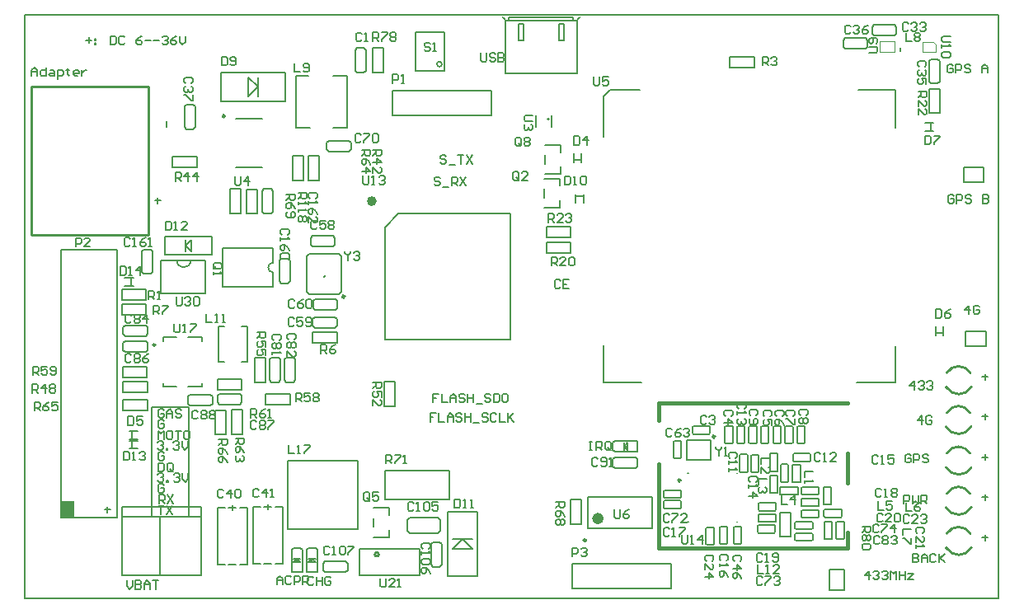
<source format=gto>
%FSLAX25Y25*%
%MOIN*%
G70*
G01*
G75*
%ADD10C,0.03000*%
%ADD11C,0.02000*%
%ADD12R,0.01575X0.01181*%
%ADD13R,0.03937X0.02362*%
%ADD14R,0.07480X0.11811*%
%ADD15O,0.06890X0.02362*%
%ADD16O,0.01378X0.06693*%
%ADD17R,0.02362X0.02362*%
%ADD18R,0.13386X0.13386*%
%ADD19O,0.00984X0.03740*%
%ADD20O,0.03740X0.00984*%
%ADD21R,0.03347X0.02756*%
%ADD22R,0.02756X0.03347*%
%ADD23R,0.02362X0.02362*%
%ADD24R,0.03937X0.07087*%
%ADD25O,0.03150X0.05906*%
%ADD26R,0.03150X0.02559*%
%ADD27R,0.01181X0.01575*%
%ADD28R,0.07087X0.03937*%
%ADD29O,0.05906X0.03150*%
%ADD30C,0.03937*%
%ADD31R,0.10000X0.07000*%
%ADD32R,0.04724X0.09843*%
%ADD33R,0.07874X0.07874*%
%ADD34R,0.03937X0.05906*%
%ADD35R,0.03937X0.05118*%
%ADD36R,0.08898X0.25590*%
%ADD37R,0.01063X0.06693*%
%ADD38R,0.06693X0.01063*%
%ADD39O,0.06693X0.01063*%
%ADD40R,0.07087X0.07874*%
%ADD41R,0.04803X0.02441*%
%ADD42R,0.08661X0.16929*%
%ADD43O,0.03740X0.01378*%
%ADD44R,0.04724X0.03150*%
%ADD45R,0.04800X0.05600*%
%ADD46R,0.02500X0.05906*%
%ADD47O,0.03937X0.01181*%
%ADD48R,0.03937X0.01181*%
%ADD49R,0.07874X0.07874*%
%ADD50R,0.01575X0.05906*%
%ADD51R,0.07874X0.03937*%
%ADD52R,0.01200X0.01800*%
G04:AMPARAMS|DCode=53|XSize=35.43mil|YSize=157.48mil|CornerRadius=1.77mil|HoleSize=0mil|Usage=FLASHONLY|Rotation=90.000|XOffset=0mil|YOffset=0mil|HoleType=Round|Shape=RoundedRectangle|*
%AMROUNDEDRECTD53*
21,1,0.03543,0.15394,0,0,90.0*
21,1,0.03189,0.15748,0,0,90.0*
1,1,0.00354,0.07697,0.01595*
1,1,0.00354,0.07697,-0.01595*
1,1,0.00354,-0.07697,-0.01595*
1,1,0.00354,-0.07697,0.01595*
%
%ADD53ROUNDEDRECTD53*%
%ADD54R,0.00984X0.01299*%
%ADD55R,0.02362X0.01969*%
%ADD56R,0.00984X0.01575*%
%ADD57O,0.02362X0.07087*%
%ADD58O,0.07087X0.02362*%
%ADD59O,0.06299X0.02362*%
%ADD60C,0.01000*%
%ADD61C,0.01500*%
%ADD62C,0.00800*%
%ADD63C,0.01200*%
%ADD64C,0.02500*%
%ADD65C,0.08000*%
%ADD66R,0.04800X0.04800*%
%ADD67R,0.04169X0.04500*%
%ADD68R,0.11300X0.08500*%
%ADD69R,0.04900X0.04500*%
%ADD70R,0.05658X0.04458*%
%ADD71R,0.27300X0.16100*%
%ADD72R,0.06600X0.19900*%
%ADD73R,0.05000X0.07173*%
%ADD74R,0.08700X0.05400*%
%ADD75R,0.08100X0.13300*%
%ADD76R,0.05700X0.21700*%
%ADD77R,0.10400X0.95500*%
%ADD78R,0.06200X0.14700*%
%ADD79R,0.04200X0.18700*%
%ADD80R,0.06700X0.09800*%
%ADD81R,0.06000X0.09600*%
%ADD82R,0.10500X0.06400*%
%ADD83R,0.18000X0.08400*%
%ADD84R,0.26500X0.16000*%
%ADD85R,0.34969X0.11400*%
%ADD86C,0.00500*%
%ADD87R,0.07874X0.07874*%
%ADD88C,0.07874*%
%ADD89R,0.05906X0.05906*%
%ADD90C,0.05906*%
%ADD91R,0.07874X0.11811*%
%ADD92O,0.07874X0.11811*%
%ADD93C,0.13780*%
%ADD94R,0.05315X0.07284*%
%ADD95C,0.01969*%
G04:AMPARAMS|DCode=96|XSize=51.18mil|YSize=173.23mil|CornerRadius=2.56mil|HoleSize=0mil|Usage=FLASHONLY|Rotation=90.000|XOffset=0mil|YOffset=0mil|HoleType=Round|Shape=RoundedRectangle|*
%AMROUNDEDRECTD96*
21,1,0.05118,0.16811,0,0,90.0*
21,1,0.04606,0.17323,0,0,90.0*
1,1,0.00512,0.08406,0.02303*
1,1,0.00512,0.08406,-0.02303*
1,1,0.00512,-0.08406,-0.02303*
1,1,0.00512,-0.08406,0.02303*
%
%ADD96ROUNDEDRECTD96*%
%ADD97C,0.02000*%
%ADD98C,0.03000*%
%ADD99C,0.04000*%
%ADD100C,0.03500*%
%ADD101C,0.02598*%
%ADD102C,0.04000*%
%ADD103R,0.02258X0.03258*%
%ADD104R,0.09400X0.04700*%
%ADD105R,0.15100X0.08700*%
%ADD106R,0.12100X0.12100*%
%ADD107R,0.09500X0.12000*%
%ADD108R,0.10200X0.09400*%
%ADD109R,0.42200X0.13900*%
%ADD110C,0.05000*%
%ADD111R,0.08300X0.14100*%
%ADD112R,0.08400X0.08100*%
%ADD113R,0.27100X0.16800*%
%ADD114R,0.19300X0.05600*%
%ADD115R,0.21900X0.04900*%
%ADD116R,0.06200X0.13300*%
%ADD117R,0.39000X0.13800*%
%ADD118R,0.08661X0.11024*%
%ADD119R,0.01969X0.07874*%
%ADD120R,0.19685X0.05118*%
%ADD121R,0.02362X0.03937*%
%ADD122R,0.03150X0.04724*%
%ADD123R,0.05118X0.19685*%
%ADD124R,0.07874X0.01969*%
%ADD125R,0.03347X0.01575*%
%ADD126O,0.03543X0.01969*%
%ADD127R,0.03543X0.01969*%
%ADD128O,0.03543X0.01969*%
%ADD129R,0.08268X0.02756*%
%ADD130R,0.04843X0.02559*%
%ADD131R,0.07000X0.10000*%
%ADD132R,0.16929X0.08661*%
%ADD133O,0.01378X0.03740*%
%ADD134O,0.08661X0.02362*%
%ADD135O,0.09843X0.02362*%
%ADD136R,0.07087X0.03937*%
%ADD137R,0.07874X0.14410*%
%ADD138R,0.06299X0.01969*%
%ADD139R,0.02500X0.05500*%
%ADD140C,0.09000*%
%ADD141R,0.05182X0.06835*%
%ADD142R,0.09300X0.11700*%
%ADD143R,0.22300X0.05500*%
%ADD144R,0.26931X0.16000*%
%ADD145R,0.15800X0.09700*%
%ADD146R,0.15200X0.28165*%
%ADD147R,0.08900X0.10200*%
%ADD148R,0.03474X0.08965*%
%ADD149R,0.07600X0.09400*%
%ADD150R,0.04900X0.17100*%
%ADD151R,0.08500X0.39500*%
%ADD152R,0.14700X0.03700*%
%ADD153R,0.48700X0.11300*%
%ADD154R,0.14000X0.54700*%
%ADD155R,0.29300X0.15600*%
%ADD156R,0.08800X0.07400*%
%ADD157R,0.11100X0.13400*%
%ADD158R,0.03600X0.11400*%
%ADD159R,0.05400X0.08800*%
%ADD160R,0.08600X0.09700*%
%ADD161C,0.00984*%
%ADD162C,0.02362*%
%ADD163C,0.00700*%
%ADD164C,0.00787*%
%ADD165C,0.00600*%
%ADD166C,0.00300*%
%ADD167R,0.05417X0.06634*%
D11*
X134132Y136900D02*
G03*
X134132Y136900I-1000J0D01*
G01*
D60*
X375000Y51336D02*
G03*
X365611Y51336I-4694J-2710D01*
G01*
X365303Y45673D02*
G03*
X375532Y45673I5114J2953D01*
G01*
X135953Y-6019D02*
G03*
X135953Y-6019I-787J0D01*
G01*
X365329Y12997D02*
G03*
X375558Y12997I5114J2953D01*
G01*
X375026Y18660D02*
G03*
X365637Y18660I-4694J-2710D01*
G01*
X375026Y34910D02*
G03*
X365637Y34910I-4694J-2710D01*
G01*
X365329Y29247D02*
G03*
X375558Y29247I5114J2953D01*
G01*
X365329Y61747D02*
G03*
X375558Y61747I5114J2953D01*
G01*
X375026Y67410D02*
G03*
X365637Y67410I-4694J-2710D01*
G01*
X375026Y2410D02*
G03*
X365637Y2410I-4694J-2710D01*
G01*
X365329Y-3253D02*
G03*
X375558Y-3253I5114J2953D01*
G01*
X-4439Y183300D02*
X42805D01*
X-4439Y123300D02*
X42805D01*
Y183300D01*
X-4439Y123300D02*
Y183300D01*
D61*
X249232Y-3300D02*
X325609D01*
X249232Y55361D02*
X325609D01*
X249232Y-3300D02*
Y30600D01*
X325609Y22900D02*
Y35000D01*
X249232Y48331D02*
Y55361D01*
X325609Y-3300D02*
Y2765D01*
D62*
X89600Y13200D02*
X92600D01*
X91100Y12200D02*
Y14200D01*
X85100Y-9800D02*
Y13200D01*
X97100Y-9800D02*
Y13200D01*
X94100D02*
X97100D01*
X85100D02*
X88100D01*
X94100Y-9800D02*
X97100D01*
X85100D02*
X88100D01*
X89600D02*
X92600D01*
X75200Y13000D02*
X78200D01*
X76700Y12000D02*
Y14000D01*
X70700Y-10000D02*
Y13000D01*
X82700Y-10000D02*
Y13000D01*
X79700D02*
X82700D01*
X70700D02*
X73700D01*
X79700Y-10000D02*
X82700D01*
X70700D02*
X73700D01*
X75200D02*
X78200D01*
D63*
X271800Y41700D02*
G03*
X271800Y41700I-400J0D01*
G01*
X122106Y98326D02*
G03*
X122106Y98326I-400J0D01*
G01*
D86*
X161432Y192300D02*
G03*
X161432Y192300I-1000J0D01*
G01*
X215525Y136279D02*
Y139665D01*
X218675Y136279D02*
Y139665D01*
X215801Y138743D02*
X218399D01*
X202800Y146069D02*
X209099D01*
X202800Y134257D02*
X209099D01*
X202800Y138391D02*
Y141935D01*
X209099Y143116D02*
Y146069D01*
Y134257D02*
Y137210D01*
X203169Y159669D02*
X209468D01*
X203169Y147857D02*
X209468D01*
X203169Y151991D02*
Y155535D01*
X209468Y156716D02*
Y159669D01*
Y147857D02*
Y150810D01*
X7483Y8866D02*
X30317D01*
Y117134D01*
X7483D02*
X30317D01*
X7483Y8866D02*
Y117134D01*
X257881Y40012D02*
X258275Y39618D01*
X257881Y40012D02*
Y40012D01*
X255125Y39618D02*
X255519Y40012D01*
Y40012D01*
X257881Y32925D02*
X258275Y33319D01*
X257881Y32925D02*
Y32925D01*
X255125Y33319D02*
X255519Y32925D01*
X255519D01*
X255125Y33319D02*
Y39618D01*
X255519Y40012D02*
X257881D01*
X258275Y33319D02*
Y39618D01*
X255519Y32925D02*
X257881D01*
X258275Y39618D02*
X258275D01*
X213466Y16174D02*
X217797D01*
X213466Y6331D02*
X217797D01*
Y16174D01*
X213466Y6331D02*
Y16174D01*
X230569Y36322D02*
X231356Y35535D01*
X234998Y37700D02*
X236376D01*
X234998D02*
X236376Y39078D01*
X234998Y37700D02*
X236376Y36322D01*
Y39078D01*
X234998Y36322D02*
Y39078D01*
X230569Y39078D02*
X231356Y39865D01*
X231356Y35535D02*
X240411D01*
X230569Y36322D02*
Y39078D01*
X231356Y39865D02*
X240411D01*
Y35535D02*
Y39865D01*
X262688Y45481D02*
X263082Y45875D01*
X262688Y45481D02*
X262688D01*
Y43119D02*
X263082Y42725D01*
X262688Y43119D02*
X262688D01*
X269381Y45875D02*
X269775Y45481D01*
X269775D01*
X269381Y42725D02*
X269775Y43119D01*
Y43119D01*
X263082Y42725D02*
X269381D01*
X262688Y43119D02*
Y45481D01*
X263082Y45875D02*
X269381D01*
X269775Y43119D02*
Y45481D01*
X263082Y45875D02*
Y45875D01*
X278681Y45912D02*
X279075Y45518D01*
X278681Y45912D02*
Y45912D01*
X275925Y45518D02*
X276319Y45912D01*
Y45912D01*
X278681Y38825D02*
X279075Y39219D01*
X278681Y38825D02*
Y38825D01*
X275925Y39219D02*
X276319Y38825D01*
X276319D01*
X275925Y39219D02*
Y45518D01*
X276319Y45912D02*
X278681D01*
X279075Y39219D02*
Y45518D01*
X276319Y38825D02*
X278681D01*
X279075Y45518D02*
X279075D01*
X293231Y45912D02*
X293625Y45518D01*
X293231Y45912D02*
Y45912D01*
X290475Y45518D02*
X290869Y45912D01*
Y45912D01*
X293231Y38825D02*
X293625Y39219D01*
X293231Y38825D02*
Y38825D01*
X290475Y39219D02*
X290869Y38825D01*
X290869D01*
X290475Y39219D02*
Y45518D01*
X290869Y45912D02*
X293231D01*
X293625Y39219D02*
Y45518D01*
X290869Y38825D02*
X293231D01*
X293625Y45518D02*
X293625D01*
X298081Y45912D02*
X298475Y45518D01*
X298081Y45912D02*
Y45912D01*
X295325Y45518D02*
X295719Y45912D01*
Y45912D01*
X298081Y38825D02*
X298475Y39219D01*
X298081Y38825D02*
Y38825D01*
X295325Y39219D02*
X295719Y38825D01*
X295719D01*
X295325Y39219D02*
Y45518D01*
X295719Y45912D02*
X298081D01*
X298475Y39219D02*
Y45518D01*
X295719Y38825D02*
X298081D01*
X298475Y45518D02*
X298475D01*
X302981Y46012D02*
X303375Y45618D01*
X302981Y46012D02*
Y46012D01*
X300225Y45618D02*
X300619Y46012D01*
Y46012D01*
X302981Y38925D02*
X303375Y39319D01*
X302981Y38925D02*
Y38925D01*
X300225Y39319D02*
X300619Y38925D01*
X300619D01*
X300225Y39319D02*
Y45618D01*
X300619Y46012D02*
X302981D01*
X303375Y39319D02*
Y45618D01*
X300619Y38925D02*
X302981D01*
X303375Y45618D02*
X303375D01*
X307781Y45912D02*
X308175Y45518D01*
X307781Y45912D02*
Y45912D01*
X305025Y45518D02*
X305419Y45912D01*
Y45912D01*
X307781Y38825D02*
X308175Y39219D01*
X307781Y38825D02*
Y38825D01*
X305025Y39219D02*
X305419Y38825D01*
X305419D01*
X305025Y39219D02*
Y45518D01*
X305419Y45912D02*
X307781D01*
X308175Y39219D02*
Y45518D01*
X305419Y38825D02*
X307781D01*
X308175Y45518D02*
X308175D01*
X285625Y39219D02*
X286019Y38825D01*
Y38825D02*
Y38825D01*
X288381D02*
X288775Y39219D01*
X288381Y38825D02*
Y38825D01*
X285625Y45518D02*
X286019Y45912D01*
Y45912D01*
X288381D02*
X288775Y45518D01*
X288381Y45912D02*
X288381D01*
X288775Y39219D02*
Y45518D01*
X286019Y38825D02*
X288381D01*
X285625Y39219D02*
Y45518D01*
X286019Y45912D02*
X288381D01*
X285625Y39219D02*
X285625D01*
X284681Y34412D02*
X285075Y34018D01*
X284681Y34412D02*
Y34412D01*
X281925Y34018D02*
X282319Y34412D01*
Y34412D01*
X284681Y27325D02*
X285075Y27719D01*
X284681Y27325D02*
Y27325D01*
X281925Y27719D02*
X282319Y27325D01*
X282319D01*
X281925Y27719D02*
Y34018D01*
X282319Y34412D02*
X284681D01*
X285075Y27719D02*
Y34018D01*
X282319Y27325D02*
X284681D01*
X285075Y34018D02*
X285075D01*
X303488Y34381D02*
X303882Y34775D01*
X303488Y34381D02*
X303488D01*
Y32019D02*
X303882Y31625D01*
X303488Y32019D02*
X303488D01*
X310181Y34775D02*
X310575Y34381D01*
X310575D01*
X310181Y31625D02*
X310575Y32019D01*
Y32019D01*
X303882Y31625D02*
X310181D01*
X303488Y32019D02*
Y34381D01*
X303882Y34775D02*
X310181D01*
X310575Y32019D02*
Y34381D01*
X303882Y34775D02*
Y34775D01*
X283531Y45912D02*
X283925Y45518D01*
X283531Y45912D02*
Y45912D01*
X280775Y45518D02*
X281169Y45912D01*
Y45912D01*
X283531Y38825D02*
X283925Y39219D01*
X283531Y38825D02*
Y38825D01*
X280775Y39219D02*
X281169Y38825D01*
X281169D01*
X280775Y39219D02*
Y45518D01*
X281169Y45912D02*
X283531D01*
X283925Y39219D02*
Y45518D01*
X281169Y38825D02*
X283531D01*
X283925Y45518D02*
X283925D01*
X289181Y34312D02*
X289575Y33918D01*
X289181Y34312D02*
Y34312D01*
X286425Y33918D02*
X286819Y34312D01*
Y34312D01*
X289181Y27225D02*
X289575Y27619D01*
X289181Y27225D02*
Y27225D01*
X286425Y27619D02*
X286819Y27225D01*
X286819D01*
X286425Y27619D02*
Y33918D01*
X286819Y34312D02*
X289181D01*
X289575Y27619D02*
Y33918D01*
X286819Y27225D02*
X289181D01*
X289575Y33918D02*
X289575D01*
X301181Y30412D02*
X301575Y30018D01*
X301181Y30412D02*
Y30412D01*
X298425Y30018D02*
X298819Y30412D01*
Y30412D01*
X301181Y23325D02*
X301575Y23719D01*
X301181Y23325D02*
Y23325D01*
X298425Y23719D02*
X298819Y23325D01*
X298819D01*
X298425Y23719D02*
Y30018D01*
X298819Y30412D02*
X301181D01*
X301575Y23719D02*
Y30018D01*
X298819Y23325D02*
X301181D01*
X301575Y30018D02*
X301575D01*
X276481Y5212D02*
X276875Y4818D01*
X276481Y5212D02*
Y5212D01*
X273725Y4818D02*
X274119Y5212D01*
Y5212D01*
X276481Y-1875D02*
X276875Y-1481D01*
X276481Y-1875D02*
Y-1875D01*
X273725Y-1481D02*
X274119Y-1875D01*
X274119D01*
X273725Y-1481D02*
Y4818D01*
X274119Y5212D02*
X276481D01*
X276875Y-1481D02*
Y4818D01*
X274119Y-1875D02*
X276481D01*
X276875Y4818D02*
X276875D01*
X257718Y12625D02*
X258112Y13019D01*
X258112D01*
X257718Y15775D02*
X258112Y15381D01*
X258112D01*
X251025Y13019D02*
X251419Y12625D01*
X251025Y13019D02*
X251025D01*
X251025Y15381D02*
X251419Y15775D01*
X251025Y15381D02*
Y15381D01*
X251419Y15775D02*
X257718D01*
X258112Y13019D02*
Y15381D01*
X251419Y12625D02*
X257718D01*
X251025Y13019D02*
Y15381D01*
X257718Y12625D02*
Y12625D01*
X306688Y20881D02*
X307082Y21275D01*
X306688Y20881D02*
X306688D01*
Y18519D02*
X307082Y18125D01*
X306688Y18519D02*
X306688D01*
X313381Y21275D02*
X313775Y20881D01*
X313775D01*
X313381Y18125D02*
X313775Y18519D01*
Y18519D01*
X307082Y18125D02*
X313381D01*
X306688Y18519D02*
Y20881D01*
X307082Y21275D02*
X313381D01*
X313775Y18519D02*
Y20881D01*
X307082Y21275D02*
Y21275D01*
X296118Y11725D02*
X296512Y12119D01*
X296512D01*
X296118Y14875D02*
X296512Y14481D01*
X296512D01*
X289425Y12119D02*
X289819Y11725D01*
X289425Y12119D02*
X289425D01*
X289425Y14481D02*
X289819Y14875D01*
X289425Y14481D02*
Y14481D01*
X289819Y14875D02*
X296118D01*
X296512Y12119D02*
Y14481D01*
X289819Y11725D02*
X296118D01*
X289425Y12119D02*
Y14481D01*
X296118Y11725D02*
Y11725D01*
X313418Y8925D02*
X313812Y9319D01*
X313812D01*
X313418Y12075D02*
X313812Y11681D01*
X313812D01*
X306725Y9319D02*
X307119Y8925D01*
X306725Y9319D02*
X306725D01*
X306725Y11681D02*
X307119Y12075D01*
X306725Y11681D02*
Y11681D01*
X307119Y12075D02*
X313418D01*
X313812Y9319D02*
Y11681D01*
X307119Y8925D02*
X313418D01*
X306725Y9319D02*
Y11681D01*
X313418Y8925D02*
Y8925D01*
X320925Y482D02*
X321319Y88D01*
Y88D02*
Y88D01*
X323681D02*
X324075Y482D01*
X323681Y88D02*
Y88D01*
X320925Y6781D02*
X321319Y7175D01*
Y7175D01*
X323681D02*
X324075Y6781D01*
X323681Y7175D02*
X323681D01*
X324075Y482D02*
Y6781D01*
X321319Y88D02*
X323681D01*
X320925Y482D02*
Y6781D01*
X321319Y7175D02*
X323681D01*
X320925Y482D02*
X320925D01*
X315988Y11781D02*
X316382Y12175D01*
X315988Y11781D02*
X315988D01*
Y9419D02*
X316382Y9025D01*
X315988Y9419D02*
X315988D01*
X322681Y12175D02*
X323075Y11781D01*
X323075D01*
X322681Y9025D02*
X323075Y9419D01*
Y9419D01*
X316382Y9025D02*
X322681D01*
X315988Y9419D02*
Y11781D01*
X316382Y12175D02*
X322681D01*
X323075Y9419D02*
Y11781D01*
X316382Y12175D02*
Y12175D01*
X271056Y5012D02*
X271450Y4618D01*
X271056Y5012D02*
Y5012D01*
X268300Y4618D02*
X268694Y5012D01*
Y5012D01*
X271056Y-2075D02*
X271450Y-1681D01*
X271056Y-2075D02*
Y-2075D01*
X268300Y-1681D02*
X268694Y-2075D01*
X268694D01*
X268300Y-1681D02*
Y4618D01*
X268694Y5012D02*
X271056D01*
X271450Y-1681D02*
Y4618D01*
X268694Y-2075D02*
X271056D01*
X271450Y4618D02*
X271450D01*
X282081Y5212D02*
X282475Y4818D01*
X282081Y5212D02*
Y5212D01*
X279325Y4818D02*
X279719Y5212D01*
Y5212D01*
X282081Y-1875D02*
X282475Y-1481D01*
X282081Y-1875D02*
Y-1875D01*
X279325Y-1481D02*
X279719Y-1875D01*
X279719D01*
X279325Y-1481D02*
Y4818D01*
X279719Y5212D02*
X282081D01*
X282475Y-1481D02*
Y4818D01*
X279719Y-1875D02*
X282081D01*
X282475Y4818D02*
X282475D01*
X257818Y16925D02*
X258212Y17319D01*
X258212D01*
X257818Y20075D02*
X258212Y19681D01*
X258212D01*
X251125Y17319D02*
X251519Y16925D01*
X251125Y17319D02*
X251125D01*
X251125Y19681D02*
X251519Y20075D01*
X251125Y19681D02*
Y19681D01*
X251519Y20075D02*
X257818D01*
X258212Y17319D02*
Y19681D01*
X251519Y16925D02*
X257818D01*
X251125Y17319D02*
Y19681D01*
X257818Y16925D02*
Y16925D01*
X295918Y2725D02*
X296312Y3119D01*
X296312D01*
X295918Y5875D02*
X296312Y5481D01*
X296312D01*
X289225Y3119D02*
X289619Y2725D01*
X289225Y3119D02*
X289225D01*
X289225Y5481D02*
X289619Y5875D01*
X289225Y5481D02*
Y5481D01*
X289619Y5875D02*
X295918D01*
X296312Y3119D02*
Y5481D01*
X289619Y2725D02*
X295918D01*
X289225Y3119D02*
Y5481D01*
X295918Y2725D02*
Y2725D01*
X303225Y23288D02*
Y30375D01*
X306375Y23288D02*
Y30375D01*
X303225D02*
X306375D01*
X303225Y23288D02*
X306375D01*
X294161Y27688D02*
Y34775D01*
X297310Y27688D02*
Y34775D01*
X294161D02*
X297310D01*
X294161Y27688D02*
X297310D01*
X294025Y18788D02*
Y25875D01*
X297175Y18788D02*
Y25875D01*
X294025D02*
X297175D01*
X294025Y18788D02*
X297175D01*
X298288Y21375D02*
X305375D01*
X298288Y18225D02*
X305375D01*
Y21375D01*
X298288Y18225D02*
Y21375D01*
X318975Y14125D02*
Y21212D01*
X315825Y14125D02*
Y21212D01*
Y14125D02*
X318975D01*
X315825Y21212D02*
X318975D01*
X319175Y125D02*
Y7212D01*
X316025Y125D02*
Y7212D01*
Y125D02*
X319175D01*
X316025Y7212D02*
X319175D01*
X306688Y16575D02*
X313775D01*
X306688Y13425D02*
X313775D01*
Y16575D01*
X306688Y13425D02*
Y16575D01*
X289425Y7225D02*
X296512D01*
X289425Y10375D02*
X296512D01*
X289425Y7225D02*
Y10375D01*
X296512Y7225D02*
Y10375D01*
X302465Y1126D02*
Y10968D01*
X298135Y1126D02*
Y10968D01*
X302465D01*
X298135Y1126D02*
X302465D01*
X324287Y-20421D02*
Y-12165D01*
X318196D02*
X324287D01*
X318196Y-20421D02*
Y-12165D01*
Y-20421D02*
X324287D01*
X304288Y6981D02*
X304682Y7375D01*
X304288Y6981D02*
X304288D01*
Y4619D02*
X304682Y4225D01*
X304288Y4619D02*
X304288D01*
X310981Y7375D02*
X311375Y6981D01*
X311375D01*
X310981Y4225D02*
X311375Y4619D01*
Y4619D01*
X304682Y4225D02*
X310981D01*
X304288Y4619D02*
Y6981D01*
X304682Y7375D02*
X310981D01*
X311375Y4619D02*
Y6981D01*
X304682Y7375D02*
Y7375D01*
X304288Y2281D02*
X304682Y2675D01*
X304288Y2281D02*
X304288D01*
Y-81D02*
X304682Y-475D01*
X304288Y-81D02*
X304288D01*
X310981Y2675D02*
X311375Y2281D01*
X311375D01*
X310981Y-475D02*
X311375Y-81D01*
Y-81D01*
X304682Y-475D02*
X310981D01*
X304288Y-81D02*
Y2281D01*
X304682Y2675D02*
X310981D01*
X311375Y-81D02*
Y2281D01*
X304682Y2675D02*
Y2675D01*
X230626Y29722D02*
X231413Y28935D01*
X230626Y32478D02*
X231413Y33265D01*
X239681D02*
X240469Y32478D01*
X239681Y28935D02*
X240469Y29722D01*
X231413Y28935D02*
X239681D01*
X240469Y29722D02*
Y32478D01*
X230626Y29722D02*
Y32478D01*
X231413Y33265D02*
X239681D01*
X52631Y155065D02*
X62474D01*
X52631Y150735D02*
X62474D01*
X52631D02*
Y155065D01*
X62474Y150735D02*
Y155065D01*
X33279Y105775D02*
X36665D01*
X33279Y102625D02*
X36665D01*
X35743Y102901D02*
Y105499D01*
X35135Y40725D02*
X38521D01*
X35135Y43875D02*
X38521D01*
X36057Y41001D02*
Y43599D01*
X35235Y36825D02*
X38621D01*
X35235Y39975D02*
X38621D01*
X36157Y37101D02*
Y39699D01*
X32200Y9280D02*
X64211D01*
X32200Y13217D02*
X64211D01*
X32200Y-14342D02*
X64211D01*
X32200D02*
Y13217D01*
X64211Y-14342D02*
Y13217D01*
X47400Y-14342D02*
Y9280D01*
X44000Y53600D02*
X59300D01*
Y9400D02*
Y53600D01*
X44000Y9400D02*
X59300D01*
X44000D02*
Y53600D01*
X372396Y150687D02*
X380652D01*
X372396Y144596D02*
Y150687D01*
Y144596D02*
X380652D01*
Y150687D01*
X373165Y84397D02*
X381420D01*
X373165Y78307D02*
Y84397D01*
Y78307D02*
X381420D01*
Y84397D01*
X138550Y16195D02*
Y28005D01*
Y16195D02*
X164535D01*
Y28005D01*
X138550D02*
X164535D01*
X83105Y179163D02*
X87042Y183100D01*
X83105Y187037D02*
X87042Y183100D01*
Y179163D02*
Y187037D01*
X83105Y179163D02*
Y187037D01*
X72082Y189005D02*
X98066D01*
Y177194D02*
Y189005D01*
X72082Y177194D02*
X98066D01*
X72082D02*
Y189005D01*
X217875Y152735D02*
Y156121D01*
X214725Y152735D02*
Y156121D01*
X215001Y153657D02*
X217599D01*
X49461Y115357D02*
X68359D01*
X49461D02*
Y122443D01*
X68359D01*
Y115357D02*
Y122443D01*
X60288Y116538D02*
Y121262D01*
X57926Y116538D02*
Y121262D01*
Y118900D02*
X60288Y116538D01*
X57926Y118900D02*
X60288Y121262D01*
X148428Y2650D02*
X159846D01*
X160830Y3635D02*
Y7965D01*
X148428Y8950D02*
X159846D01*
X147444Y3635D02*
Y7965D01*
X148428Y8950D01*
X147444Y3635D02*
X148428Y2650D01*
X159846Y8950D02*
X160830Y7965D01*
X159846Y2650D02*
Y2650D01*
X160830Y3635D01*
X140068Y1058D02*
Y4010D01*
Y9916D02*
Y12868D01*
X133768Y5191D02*
Y8735D01*
Y1058D02*
X140068D01*
X133768Y12868D02*
X140068D01*
X99231Y4205D02*
X127331D01*
X99231D02*
Y32005D01*
X127331Y4205D02*
Y32005D01*
X99231D02*
X127331D01*
X122587Y-8835D02*
X123374Y-9622D01*
X122587Y-13165D02*
X123374Y-12378D01*
X113531D02*
X114319Y-13165D01*
X113531Y-9622D02*
X114319Y-8835D01*
X122587D01*
X113531Y-12378D02*
Y-9622D01*
X123374Y-12378D02*
Y-9622D01*
X114319Y-13165D02*
X122587D01*
X108358Y119203D02*
X109145Y118416D01*
X108358Y121959D02*
X109145Y122746D01*
X117413D02*
X118200Y121959D01*
X117413Y118416D02*
X118200Y119203D01*
X109145Y118416D02*
X117413D01*
X118200Y119203D02*
Y121959D01*
X108358Y119203D02*
Y121959D01*
X109145Y122746D02*
X117413D01*
X361301Y83657D02*
X363899D01*
X361025Y82735D02*
Y86121D01*
X364175Y82735D02*
Y86121D01*
X137665Y189026D02*
Y198869D01*
X133335Y189026D02*
Y198869D01*
X137665D01*
X133335Y189026D02*
X137665D01*
X126435Y197987D02*
X127222Y198774D01*
X129978D02*
X130765Y197987D01*
X129978Y188932D02*
X130765Y189719D01*
X126435D02*
X127222Y188932D01*
X126435Y189719D02*
Y197987D01*
X127222Y188932D02*
X129978D01*
X127222Y198774D02*
X129978D01*
X130765Y189719D02*
Y197987D01*
X60878Y166026D02*
X61665Y166813D01*
X57335D02*
X58122Y166026D01*
X57335Y175081D02*
X58122Y175868D01*
X60878D02*
X61665Y175081D01*
Y166813D02*
Y175081D01*
X58122Y175868D02*
X60878D01*
X58122Y166026D02*
X60878D01*
X57335Y166813D02*
Y175081D01*
X102595Y166725D02*
X108132D01*
X117595D02*
X123068D01*
Y187591D01*
X102595D02*
X107431D01*
X102595Y166725D02*
Y187591D01*
X117595D02*
X123068D01*
X43678Y107526D02*
X44465Y108313D01*
X40135D02*
X40922Y107526D01*
X40135Y116581D02*
X40922Y117368D01*
X43678D02*
X44465Y116581D01*
Y108313D02*
Y116581D01*
X40922Y117368D02*
X43678D01*
X40922Y107526D02*
X43678D01*
X40135Y108313D02*
Y116581D01*
X32626Y83122D02*
X33413Y82335D01*
X32626Y85878D02*
X33413Y86665D01*
X41681D02*
X42469Y85878D01*
X41681Y82335D02*
X42469Y83122D01*
X33413Y82335D02*
X41681D01*
X42469Y83122D02*
Y85878D01*
X32626Y83122D02*
Y85878D01*
X33413Y86665D02*
X41681D01*
X41974Y90835D02*
Y95165D01*
X32131Y90835D02*
Y95165D01*
Y90835D02*
X41974D01*
X32131Y95165D02*
X41974D01*
X32026Y96835D02*
X41868D01*
X32026Y101165D02*
X41868D01*
Y96835D02*
Y101165D01*
X32026Y96835D02*
Y101165D01*
X32626Y76722D02*
X33413Y75935D01*
X32626Y79478D02*
X33413Y80265D01*
X41681D02*
X42469Y79478D01*
X41681Y75935D02*
X42469Y76722D01*
X33413Y75935D02*
X41681D01*
X42469Y76722D02*
Y79478D01*
X32626Y76722D02*
Y79478D01*
X33413Y80265D02*
X41681D01*
X32432Y69765D02*
X42274D01*
X32432Y65435D02*
X42274D01*
X32432D02*
Y69765D01*
X42274Y65435D02*
Y69765D01*
X32626Y59535D02*
X42469D01*
X32626Y63865D02*
X42469D01*
Y59535D02*
Y63865D01*
X32626Y59535D02*
Y63865D01*
Y52335D02*
X42469D01*
X32626Y56665D02*
X42469D01*
Y52335D02*
Y56665D01*
X32626Y52335D02*
Y56665D01*
X64406Y80400D02*
Y81743D01*
X58795D02*
X64406D01*
Y62058D02*
Y63100D01*
X48658Y62058D02*
Y63100D01*
Y62058D02*
X54268D01*
X48658Y80400D02*
Y81743D01*
X54268D01*
X58795Y62058D02*
X64406D01*
X67887Y58565D02*
X68674Y57778D01*
X67887Y54235D02*
X68674Y55022D01*
X58832D02*
X59619Y54235D01*
X58832Y57778D02*
X59619Y58565D01*
X67887D01*
X58832Y55022D02*
Y57778D01*
X68674Y55022D02*
Y57778D01*
X59619Y54235D02*
X67887D01*
X80765Y42626D02*
Y52469D01*
X76435Y42626D02*
Y52469D01*
X80765D01*
X76435Y42626D02*
X80765D01*
X69835Y42531D02*
Y52374D01*
X74165Y42531D02*
Y52374D01*
X69835Y42531D02*
X74165D01*
X69835Y52374D02*
X74165D01*
X70726Y55422D02*
X71513Y54635D01*
X70726Y58178D02*
X71513Y58965D01*
X79781D02*
X80568Y58178D01*
X79781Y54635D02*
X80568Y55422D01*
X71513Y54635D02*
X79781D01*
X80568Y55422D02*
Y58178D01*
X70726Y55422D02*
Y58178D01*
X71513Y58965D02*
X79781D01*
X70726Y64965D02*
X80568D01*
X70726Y60635D02*
X80568D01*
X70726D02*
Y64965D01*
X80568Y60635D02*
Y64965D01*
X90258Y54735D02*
X100100D01*
X90258Y59065D02*
X100100D01*
Y54735D02*
Y59065D01*
X90258Y54735D02*
Y59065D01*
X101409Y63726D02*
X102197Y64513D01*
X97866D02*
X98654Y63726D01*
X97866Y72781D02*
X98654Y73568D01*
X101409D02*
X102197Y72781D01*
Y64513D02*
Y72781D01*
X98654Y73568D02*
X101409D01*
X98654Y63726D02*
X101409D01*
X97866Y64513D02*
Y72781D01*
X95409Y63726D02*
X96197Y64513D01*
X91866D02*
X92654Y63726D01*
X91866Y72781D02*
X92654Y73568D01*
X95409D02*
X96197Y72781D01*
Y64513D02*
Y72781D01*
X92654Y73568D02*
X95409D01*
X92654Y63726D02*
X95409D01*
X91866Y64513D02*
Y72781D01*
X90197Y63726D02*
Y73568D01*
X85866Y63726D02*
Y73568D01*
X90197D01*
X85866Y63726D02*
X90197D01*
X82932Y72000D02*
Y86300D01*
X71121Y72000D02*
Y86300D01*
X80431D02*
X82932D01*
X80331Y72000D02*
X82932D01*
X71121Y86300D02*
X73431D01*
X71121Y72000D02*
X73331D01*
X109158Y79635D02*
X119000D01*
X109158Y83965D02*
X119000D01*
Y79635D02*
Y83965D01*
X109158Y79635D02*
Y83965D01*
X118318Y90065D02*
X119106Y89278D01*
X118318Y85735D02*
X119106Y86522D01*
X109263D02*
X110050Y85735D01*
X109263Y89278D02*
X110050Y90065D01*
X118318D01*
X109263Y86522D02*
Y89278D01*
X119106Y86522D02*
Y89278D01*
X110050Y85735D02*
X118318D01*
X118387Y97265D02*
X119174Y96478D01*
X118387Y92935D02*
X119174Y93722D01*
X109332D02*
X110119Y92935D01*
X109332Y96478D02*
X110119Y97265D01*
X118387D01*
X109332Y93722D02*
Y96478D01*
X119174Y93722D02*
Y96478D01*
X110119Y92935D02*
X118387D01*
X99209Y103726D02*
X99997Y104513D01*
X95666D02*
X96453Y103726D01*
X95666Y112781D02*
X96453Y113568D01*
X99209D02*
X99997Y112781D01*
Y104513D02*
Y112781D01*
X96453Y113568D02*
X99209D01*
X96453Y103726D02*
X99209D01*
X95666Y104513D02*
Y112781D01*
X75731Y131926D02*
Y141769D01*
X80062Y131926D02*
Y141769D01*
X75731Y131926D02*
X80062D01*
X75731Y141769D02*
X80062D01*
X82435Y131832D02*
Y141674D01*
X86765Y131832D02*
Y141674D01*
X82435Y131832D02*
X86765D01*
X82435Y141674D02*
X86765D01*
X92375Y131926D02*
X93162Y132713D01*
X88832D02*
X89619Y131926D01*
X88832Y140981D02*
X89619Y141769D01*
X92375D02*
X93162Y140981D01*
Y132713D02*
Y140981D01*
X89619Y141769D02*
X92375D01*
X89619Y131926D02*
X92375D01*
X88832Y132713D02*
Y140981D01*
X111985Y145326D02*
Y155168D01*
X107655Y145326D02*
Y155168D01*
X111985D01*
X107655Y145326D02*
X111985D01*
X105562D02*
Y155168D01*
X101232Y145326D02*
Y155168D01*
X105562D01*
X101232Y145326D02*
X105562D01*
X123953Y161365D02*
X124740Y160578D01*
X123953Y157035D02*
X124740Y157822D01*
X114898D02*
X115685Y157035D01*
X114898Y160578D02*
X115685Y161365D01*
X123953D01*
X114898Y157822D02*
Y160578D01*
X124740Y157822D02*
Y160578D01*
X115685Y157035D02*
X123953D01*
X100700Y-13213D02*
X105031D01*
Y-4158D01*
X101487Y-3371D02*
X104243D01*
X100700Y-13213D02*
Y-4158D01*
X104243Y-3371D02*
X105031Y-4158D01*
X101487Y-7800D02*
X104243D01*
X101487Y-9178D02*
X104243D01*
X101487D02*
X102865Y-7800D01*
X104243Y-9178D01*
X102865D02*
Y-7800D01*
X100700Y-4158D02*
X101487Y-3371D01*
X106791Y-13191D02*
X111122D01*
Y-4135D01*
X107579Y-3348D02*
X110335D01*
X106791Y-13191D02*
Y-4135D01*
X110335Y-3348D02*
X111122Y-4135D01*
X107579Y-7777D02*
X110335D01*
X107579Y-9155D02*
X110335D01*
X107579D02*
X108957Y-7777D01*
X110335Y-9155D01*
X108957D02*
Y-7777D01*
X106791Y-4135D02*
X107579Y-3348D01*
X152587Y-14287D02*
Y-3657D01*
X128177Y-14287D02*
Y-3657D01*
Y-14287D02*
X152587D01*
X128177Y-3657D02*
X152587D01*
X160578Y-10974D02*
X161365Y-10187D01*
X157035D02*
X157822Y-10974D01*
X157035Y-1919D02*
X157822Y-1132D01*
X160578D02*
X161365Y-1919D01*
Y-10187D02*
Y-1919D01*
X157822Y-1132D02*
X160578D01*
X157822Y-10974D02*
X160578D01*
X157035Y-10187D02*
Y-1919D01*
X169800Y243D02*
X173737Y-3695D01*
X165863D02*
X169800Y243D01*
X165863D02*
X173737D01*
X165863Y-3695D02*
X173737D01*
X163894Y-14718D02*
Y11266D01*
X175706D01*
Y-14718D02*
Y11266D01*
X163894Y-14718D02*
X175706D01*
X142565Y54026D02*
Y63868D01*
X138235Y54026D02*
Y63868D01*
X142565D01*
X138235Y54026D02*
X142565D01*
X150915Y189700D02*
Y205400D01*
X162432D01*
Y189700D02*
Y205400D01*
X150915Y189700D02*
X162432D01*
X213605Y122235D02*
Y126565D01*
X203763Y122235D02*
Y126565D01*
Y122235D02*
X213605D01*
X203763Y126565D02*
X213605D01*
Y116035D02*
Y120365D01*
X203763Y116035D02*
Y120365D01*
Y116035D02*
X213605D01*
X203763Y120365D02*
X213605D01*
X359143Y165601D02*
Y168199D01*
X356679Y165325D02*
X360065D01*
X356679Y168475D02*
X360065D01*
X358335Y172432D02*
Y182274D01*
X362665Y172432D02*
Y182274D01*
X358335Y172432D02*
X362665D01*
X358335Y182274D02*
X362665D01*
X358366Y193487D02*
X359154Y194274D01*
X361910D02*
X362697Y193487D01*
X361910Y184432D02*
X362697Y185219D01*
X358366D02*
X359154Y184432D01*
X358366Y185219D02*
Y193487D01*
X359154Y184432D02*
X361910D01*
X359154Y194274D02*
X361910D01*
X362697Y185219D02*
Y193487D01*
X335426Y204622D02*
X336213Y203835D01*
X335426Y207378D02*
X336213Y208165D01*
X344481D02*
X345269Y207378D01*
X344481Y203835D02*
X345269Y204622D01*
X336213Y203835D02*
X344481D01*
X345269Y204622D02*
Y207378D01*
X335426Y204622D02*
Y207378D01*
X336213Y208165D02*
X344481D01*
X323758Y199222D02*
X324545Y198435D01*
X323758Y201978D02*
X324545Y202765D01*
X332813D02*
X333600Y201978D01*
X332813Y198435D02*
X333600Y199222D01*
X324545Y198435D02*
X332813D01*
X333600Y199222D02*
Y201978D01*
X323758Y199222D02*
Y201978D01*
X324545Y202765D02*
X332813D01*
X277926Y190835D02*
X287769D01*
X277926Y195165D02*
X287769D01*
Y190835D02*
Y195165D01*
X277926Y190835D02*
Y195165D01*
X226678Y163000D02*
Y179104D01*
X229378Y181804D02*
X241332D01*
X329832D02*
X344788D01*
X344788Y166600D02*
X344788Y181804D01*
X344788Y78200D02*
X344788Y63694D01*
X329132D02*
X344788D01*
X226678D02*
X242131D01*
X226678D02*
Y78700D01*
Y179104D02*
X229378Y181804D01*
X211231Y146999D02*
Y143500D01*
X212981D01*
X213564Y144083D01*
Y146416D01*
X212981Y146999D01*
X211231D01*
X214730Y143500D02*
X215897D01*
X215314D01*
Y146999D01*
X214730Y146416D01*
X217646D02*
X218229Y146999D01*
X219395D01*
X219979Y146416D01*
Y144083D01*
X219395Y143500D01*
X218229D01*
X217646Y144083D01*
Y146416D01*
X192564Y145883D02*
Y148216D01*
X191981Y148799D01*
X190815D01*
X190232Y148216D01*
Y145883D01*
X190815Y145300D01*
X191981D01*
X191398Y146466D02*
X192564Y145300D01*
X191981D02*
X192564Y145883D01*
X196063Y145300D02*
X193730D01*
X196063Y147633D01*
Y148216D01*
X195480Y148799D01*
X194314D01*
X193730Y148216D01*
X193564Y159783D02*
Y162116D01*
X192981Y162699D01*
X191815D01*
X191232Y162116D01*
Y159783D01*
X191815Y159200D01*
X192981D01*
X192398Y160366D02*
X193564Y159200D01*
X192981D02*
X193564Y159783D01*
X194730Y162116D02*
X195314Y162699D01*
X196480D01*
X197063Y162116D01*
Y161533D01*
X196480Y160949D01*
X197063Y160366D01*
Y159783D01*
X196480Y159200D01*
X195314D01*
X194730Y159783D01*
Y160366D01*
X195314Y160949D01*
X194730Y161533D01*
Y162116D01*
X195314Y160949D02*
X196480D01*
X355555Y46626D02*
Y50125D01*
X353805Y48375D01*
X356138D01*
X359637Y49542D02*
X359054Y50125D01*
X357888D01*
X357304Y49542D01*
Y47209D01*
X357888Y46626D01*
X359054D01*
X359637Y47209D01*
Y48375D01*
X358471D01*
X382206Y49777D02*
X379873D01*
X381039Y48610D02*
Y50943D01*
X13331Y118500D02*
Y121999D01*
X15081D01*
X15664Y121416D01*
Y120249D01*
X15081Y119666D01*
X13331D01*
X19163Y118500D02*
X16830D01*
X19163Y120833D01*
Y121416D01*
X18580Y121999D01*
X17413D01*
X16830Y121416D01*
X77832Y146799D02*
Y143883D01*
X78415Y143300D01*
X79581D01*
X80164Y143883D01*
Y146799D01*
X83080Y143300D02*
Y146799D01*
X81330Y145049D01*
X83663D01*
X231300Y12099D02*
Y9183D01*
X231883Y8600D01*
X233049D01*
X233633Y9183D01*
Y12099D01*
X237131D02*
X235965Y11516D01*
X234799Y10349D01*
Y9183D01*
X235382Y8600D01*
X236548D01*
X237131Y9183D01*
Y9766D01*
X236548Y10349D01*
X234799D01*
X254533Y44416D02*
X253949Y44999D01*
X252783D01*
X252200Y44416D01*
Y42083D01*
X252783Y41500D01*
X253949D01*
X254533Y42083D01*
X258031Y44999D02*
X256865Y44416D01*
X255699Y43249D01*
Y42083D01*
X256282Y41500D01*
X257448D01*
X258031Y42083D01*
Y42666D01*
X257448Y43249D01*
X255699D01*
X259198Y44416D02*
X259781Y44999D01*
X260947D01*
X261530Y44416D01*
Y43833D01*
X260947Y43249D01*
X260364D01*
X260947D01*
X261530Y42666D01*
Y42083D01*
X260947Y41500D01*
X259781D01*
X259198Y42083D01*
X258500Y1799D02*
Y-1117D01*
X259083Y-1700D01*
X260249D01*
X260833Y-1117D01*
Y1799D01*
X261999Y-1700D02*
X263165D01*
X262582D01*
Y1799D01*
X261999Y1216D01*
X266664Y-1700D02*
Y1799D01*
X264915Y49D01*
X267247D01*
X207600Y15200D02*
X211099D01*
Y13451D01*
X210516Y12867D01*
X209349D01*
X208766Y13451D01*
Y15200D01*
Y14034D02*
X207600Y12867D01*
X211099Y9369D02*
X210516Y10535D01*
X209349Y11701D01*
X208183D01*
X207600Y11118D01*
Y9952D01*
X208183Y9369D01*
X208766D01*
X209349Y9952D01*
Y11701D01*
X210516Y8202D02*
X211099Y7619D01*
Y6453D01*
X210516Y5870D01*
X209933D01*
X209349Y6453D01*
X208766Y5870D01*
X208183D01*
X207600Y6453D01*
Y7619D01*
X208183Y8202D01*
X208766D01*
X209349Y7619D01*
X209933Y8202D01*
X210516D01*
X209349Y7619D02*
Y6453D01*
X214231Y-6800D02*
Y-3301D01*
X215981D01*
X216564Y-3884D01*
Y-5051D01*
X215981Y-5634D01*
X214231D01*
X217730Y-3884D02*
X218314Y-3301D01*
X219480D01*
X220063Y-3884D01*
Y-4467D01*
X219480Y-5051D01*
X218897D01*
X219480D01*
X220063Y-5634D01*
Y-6217D01*
X219480Y-6800D01*
X218314D01*
X217730Y-6217D01*
X221000Y39699D02*
X222166D01*
X221583D01*
Y36200D01*
X221000D01*
X222166D01*
X223916D02*
Y39699D01*
X225665D01*
X226248Y39116D01*
Y37949D01*
X225665Y37366D01*
X223916D01*
X225082D02*
X226248Y36200D01*
X229747Y36783D02*
Y39116D01*
X229164Y39699D01*
X227998D01*
X227415Y39116D01*
Y36783D01*
X227998Y36200D01*
X229164D01*
X228581Y37366D02*
X229747Y36200D01*
X229164D02*
X229747Y36783D01*
X268433Y49616D02*
X267849Y50199D01*
X266683D01*
X266100Y49616D01*
Y47283D01*
X266683Y46700D01*
X267849D01*
X268433Y47283D01*
X269599Y49616D02*
X270182Y50199D01*
X271348D01*
X271931Y49616D01*
Y49033D01*
X271348Y48449D01*
X270765D01*
X271348D01*
X271931Y47866D01*
Y47283D01*
X271348Y46700D01*
X270182D01*
X269599Y47283D01*
X278416Y50067D02*
X278999Y50651D01*
Y51817D01*
X278416Y52400D01*
X276083D01*
X275500Y51817D01*
Y50651D01*
X276083Y50067D01*
X275500Y47152D02*
X278999D01*
X277249Y48901D01*
Y46569D01*
X294246Y49803D02*
X294829Y50387D01*
Y51553D01*
X294246Y52136D01*
X291913D01*
X291330Y51553D01*
Y50387D01*
X291913Y49803D01*
X294829Y46305D02*
Y48637D01*
X293079D01*
X293663Y47471D01*
Y46888D01*
X293079Y46305D01*
X291913D01*
X291330Y46888D01*
Y48054D01*
X291913Y48637D01*
X299096Y49866D02*
X299679Y50450D01*
Y51616D01*
X299096Y52199D01*
X296763D01*
X296180Y51616D01*
Y50450D01*
X296763Y49866D01*
X299679Y46368D02*
X299096Y47534D01*
X297929Y48700D01*
X296763D01*
X296180Y48117D01*
Y46951D01*
X296763Y46368D01*
X297346D01*
X297929Y46951D01*
Y48700D01*
X303416Y50067D02*
X303999Y50651D01*
Y51817D01*
X303416Y52400D01*
X301083D01*
X300500Y51817D01*
Y50651D01*
X301083Y50067D01*
X303999Y48901D02*
Y46569D01*
X303416D01*
X301083Y48901D01*
X300500D01*
X308816Y50367D02*
X309399Y50951D01*
Y52117D01*
X308816Y52700D01*
X306483D01*
X305900Y52117D01*
Y50951D01*
X306483Y50367D01*
X308816Y49201D02*
X309399Y48618D01*
Y47452D01*
X308816Y46869D01*
X308233D01*
X307649Y47452D01*
X307066Y46869D01*
X306483D01*
X305900Y47452D01*
Y48618D01*
X306483Y49201D01*
X307066D01*
X307649Y48618D01*
X308233Y49201D01*
X308816D01*
X307649Y48618D02*
Y47452D01*
X288616Y50167D02*
X289199Y50751D01*
Y51917D01*
X288616Y52500D01*
X286283D01*
X285700Y51917D01*
Y50751D01*
X286283Y50167D01*
Y49001D02*
X285700Y48418D01*
Y47252D01*
X286283Y46668D01*
X288616D01*
X289199Y47252D01*
Y48418D01*
X288616Y49001D01*
X288033D01*
X287449Y48418D01*
Y46668D01*
X280316Y32967D02*
X280899Y33551D01*
Y34717D01*
X280316Y35300D01*
X277983D01*
X277400Y34717D01*
Y33551D01*
X277983Y32967D01*
X277400Y31801D02*
Y30635D01*
Y31218D01*
X280899D01*
X280316Y31801D01*
X277400Y28885D02*
Y27719D01*
Y28302D01*
X280899D01*
X280316Y28885D01*
X314533Y34516D02*
X313949Y35099D01*
X312783D01*
X312200Y34516D01*
Y32183D01*
X312783Y31600D01*
X313949D01*
X314533Y32183D01*
X315699Y31600D02*
X316865D01*
X316282D01*
Y35099D01*
X315699Y34516D01*
X320947Y31600D02*
X318615D01*
X320947Y33933D01*
Y34516D01*
X320364Y35099D01*
X319198D01*
X318615Y34516D01*
X283816Y53029D02*
X284399Y53612D01*
Y54778D01*
X283816Y55361D01*
X281483D01*
X280900Y54778D01*
Y53612D01*
X281483Y53029D01*
X280900Y51863D02*
Y50696D01*
Y51279D01*
X284399D01*
X283816Y51863D01*
Y48947D02*
X284399Y48364D01*
Y47197D01*
X283816Y46614D01*
X283233D01*
X282649Y47197D01*
Y47780D01*
Y47197D01*
X282066Y46614D01*
X281483D01*
X280900Y47197D01*
Y48364D01*
X281483Y48947D01*
X288416Y23267D02*
X288999Y23851D01*
Y25017D01*
X288416Y25600D01*
X286083D01*
X285500Y25017D01*
Y23851D01*
X286083Y23267D01*
X285500Y22101D02*
Y20935D01*
Y21518D01*
X288999D01*
X288416Y22101D01*
X285500Y17436D02*
X288999D01*
X287249Y19185D01*
Y16853D01*
X337833Y33616D02*
X337249Y34199D01*
X336083D01*
X335500Y33616D01*
Y31283D01*
X336083Y30700D01*
X337249D01*
X337833Y31283D01*
X338999Y30700D02*
X340165D01*
X339582D01*
Y34199D01*
X338999Y33616D01*
X344247Y34199D02*
X341915D01*
Y32449D01*
X343081Y33033D01*
X343664D01*
X344247Y32449D01*
Y31283D01*
X343664Y30700D01*
X342498D01*
X341915Y31283D01*
X276616Y-8533D02*
X277199Y-7949D01*
Y-6783D01*
X276616Y-6200D01*
X274283D01*
X273700Y-6783D01*
Y-7949D01*
X274283Y-8533D01*
X273700Y-9699D02*
Y-10865D01*
Y-10282D01*
X277199D01*
X276616Y-9699D01*
X277199Y-14947D02*
X276616Y-13781D01*
X275449Y-12615D01*
X274283D01*
X273700Y-13198D01*
Y-14364D01*
X274283Y-14947D01*
X274866D01*
X275449Y-14364D01*
Y-12615D01*
X253433Y4216D02*
X252849Y4799D01*
X251683D01*
X251100Y4216D01*
Y1883D01*
X251683Y1300D01*
X252849D01*
X253433Y1883D01*
X254599Y1300D02*
X255765D01*
X255182D01*
Y4799D01*
X254599Y4216D01*
X257515Y4799D02*
X259847D01*
Y4216D01*
X257515Y1883D01*
Y1300D01*
X339233Y20116D02*
X338649Y20699D01*
X337483D01*
X336900Y20116D01*
Y17783D01*
X337483Y17200D01*
X338649D01*
X339233Y17783D01*
X340399Y17200D02*
X341565D01*
X340982D01*
Y20699D01*
X340399Y20116D01*
X343315D02*
X343898Y20699D01*
X345064D01*
X345647Y20116D01*
Y19533D01*
X345064Y18949D01*
X345647Y18366D01*
Y17783D01*
X345064Y17200D01*
X343898D01*
X343315Y17783D01*
Y18366D01*
X343898Y18949D01*
X343315Y19533D01*
Y20116D01*
X343898Y18949D02*
X345064D01*
X291033Y-6084D02*
X290449Y-5501D01*
X289283D01*
X288700Y-6084D01*
Y-8417D01*
X289283Y-9000D01*
X290449D01*
X291033Y-8417D01*
X292199Y-9000D02*
X293365D01*
X292782D01*
Y-5501D01*
X292199Y-6084D01*
X295115Y-8417D02*
X295698Y-9000D01*
X296864D01*
X297447Y-8417D01*
Y-6084D01*
X296864Y-5501D01*
X295698D01*
X295115Y-6084D01*
Y-6667D01*
X295698Y-7251D01*
X297447D01*
X339733Y10016D02*
X339149Y10599D01*
X337983D01*
X337400Y10016D01*
Y7683D01*
X337983Y7100D01*
X339149D01*
X339733Y7683D01*
X343231Y7100D02*
X340899D01*
X343231Y9433D01*
Y10016D01*
X342648Y10599D01*
X341482D01*
X340899Y10016D01*
X344398D02*
X344981Y10599D01*
X346147D01*
X346730Y10016D01*
Y7683D01*
X346147Y7100D01*
X344981D01*
X344398Y7683D01*
Y10016D01*
X355916Y2567D02*
X356499Y3151D01*
Y4317D01*
X355916Y4900D01*
X353583D01*
X353000Y4317D01*
Y3151D01*
X353583Y2567D01*
X353000Y-931D02*
Y1401D01*
X355333Y-931D01*
X355916D01*
X356499Y-348D01*
Y818D01*
X355916Y1401D01*
X353000Y-2098D02*
Y-3264D01*
Y-2681D01*
X356499D01*
X355916Y-2098D01*
X350333Y9516D02*
X349749Y10099D01*
X348583D01*
X348000Y9516D01*
Y7183D01*
X348583Y6600D01*
X349749D01*
X350333Y7183D01*
X353831Y6600D02*
X351499D01*
X353831Y8933D01*
Y9516D01*
X353248Y10099D01*
X352082D01*
X351499Y9516D01*
X354998D02*
X355581Y10099D01*
X356747D01*
X357330Y9516D01*
Y8933D01*
X356747Y8349D01*
X356164D01*
X356747D01*
X357330Y7766D01*
Y7183D01*
X356747Y6600D01*
X355581D01*
X354998Y7183D01*
X270716Y-8633D02*
X271299Y-8049D01*
Y-6883D01*
X270716Y-6300D01*
X268383D01*
X267800Y-6883D01*
Y-8049D01*
X268383Y-8633D01*
X267800Y-12131D02*
Y-9799D01*
X270133Y-12131D01*
X270716D01*
X271299Y-11548D01*
Y-10382D01*
X270716Y-9799D01*
X267800Y-15047D02*
X271299D01*
X269549Y-13298D01*
Y-15630D01*
X282016Y-8833D02*
X282599Y-8249D01*
Y-7083D01*
X282016Y-6500D01*
X279683D01*
X279100Y-7083D01*
Y-8249D01*
X279683Y-8833D01*
X279100Y-11748D02*
X282599D01*
X280849Y-9999D01*
Y-12331D01*
X282599Y-15830D02*
X282016Y-14664D01*
X280849Y-13498D01*
X279683D01*
X279100Y-14081D01*
Y-15247D01*
X279683Y-15830D01*
X280266D01*
X280849Y-15247D01*
Y-13498D01*
X253433Y9916D02*
X252849Y10499D01*
X251683D01*
X251100Y9916D01*
Y7583D01*
X251683Y7000D01*
X252849D01*
X253433Y7583D01*
X254599Y10499D02*
X256931D01*
Y9916D01*
X254599Y7583D01*
Y7000D01*
X260430D02*
X258098D01*
X260430Y9333D01*
Y9916D01*
X259847Y10499D01*
X258681D01*
X258098Y9916D01*
X291033Y-15484D02*
X290449Y-14901D01*
X289283D01*
X288700Y-15484D01*
Y-17817D01*
X289283Y-18400D01*
X290449D01*
X291033Y-17817D01*
X292199Y-14901D02*
X294531D01*
Y-15484D01*
X292199Y-17817D01*
Y-18400D01*
X295698Y-15484D02*
X296281Y-14901D01*
X297447D01*
X298030Y-15484D01*
Y-16067D01*
X297447Y-16651D01*
X296864D01*
X297447D01*
X298030Y-17234D01*
Y-17817D01*
X297447Y-18400D01*
X296281D01*
X295698Y-17817D01*
X311599Y27500D02*
X308100D01*
Y25167D01*
Y24001D02*
Y22835D01*
Y23418D01*
X311599D01*
X311016Y24001D01*
X294099Y32900D02*
X290600D01*
Y30567D01*
Y27068D02*
Y29401D01*
X292933Y27068D01*
X293516D01*
X294099Y27652D01*
Y28818D01*
X293516Y29401D01*
X292899Y24700D02*
X289400D01*
Y22367D01*
X292316Y21201D02*
X292899Y20618D01*
Y19452D01*
X292316Y18868D01*
X291733D01*
X291149Y19452D01*
Y20035D01*
Y19452D01*
X290566Y18868D01*
X289983D01*
X289400Y19452D01*
Y20618D01*
X289983Y21201D01*
X298800Y17899D02*
Y14400D01*
X301133D01*
X304048D02*
Y17899D01*
X302299Y16149D01*
X304631D01*
X349100Y14999D02*
Y11500D01*
X351433D01*
X354931Y14999D02*
X353765Y14416D01*
X352599Y13249D01*
Y12083D01*
X353182Y11500D01*
X354348D01*
X354931Y12083D01*
Y12666D01*
X354348Y13249D01*
X352599D01*
X351299Y4100D02*
X347800D01*
Y1767D01*
X351299Y601D02*
Y-1731D01*
X350716D01*
X348383Y601D01*
X347800D01*
X337700Y15499D02*
Y12000D01*
X340033D01*
X343531Y15499D02*
X341199D01*
Y13749D01*
X342365Y14333D01*
X342948D01*
X343531Y13749D01*
Y12583D01*
X342948Y12000D01*
X341782D01*
X341199Y12583D01*
X289100Y-10201D02*
Y-13700D01*
X291433D01*
X292599D02*
X293765D01*
X293182D01*
Y-10201D01*
X292599Y-10784D01*
X297847Y-13700D02*
X295515D01*
X297847Y-11367D01*
Y-10784D01*
X297264Y-10201D01*
X296098D01*
X295515Y-10784D01*
X331400Y5400D02*
X334899D01*
Y3651D01*
X334316Y3067D01*
X333149D01*
X332566Y3651D01*
Y5400D01*
Y4234D02*
X331400Y3067D01*
X334316Y1901D02*
X334899Y1318D01*
Y152D01*
X334316Y-431D01*
X333733D01*
X333149Y152D01*
X332566Y-431D01*
X331983D01*
X331400Y152D01*
Y1318D01*
X331983Y1901D01*
X332566D01*
X333149Y1318D01*
X333733Y1901D01*
X334316D01*
X333149Y1318D02*
Y152D01*
X334316Y-1598D02*
X334899Y-2181D01*
Y-3347D01*
X334316Y-3930D01*
X331983D01*
X331400Y-3347D01*
Y-2181D01*
X331983Y-1598D01*
X334316D01*
X334085Y-16098D02*
Y-12599D01*
X332336Y-14348D01*
X334669D01*
X335835Y-13182D02*
X336418Y-12599D01*
X337584D01*
X338168Y-13182D01*
Y-13765D01*
X337584Y-14348D01*
X337001D01*
X337584D01*
X338168Y-14931D01*
Y-15515D01*
X337584Y-16098D01*
X336418D01*
X335835Y-15515D01*
X339334Y-13182D02*
X339917Y-12599D01*
X341083D01*
X341666Y-13182D01*
Y-13765D01*
X341083Y-14348D01*
X340500D01*
X341083D01*
X341666Y-14931D01*
Y-15515D01*
X341083Y-16098D01*
X339917D01*
X339334Y-15515D01*
X342833Y-16098D02*
Y-12599D01*
X343999Y-13765D01*
X345165Y-12599D01*
Y-16098D01*
X346332Y-12599D02*
Y-16098D01*
Y-14348D01*
X348664D01*
Y-12599D01*
Y-16098D01*
X349830Y-13765D02*
X352163D01*
X349830Y-16098D01*
X352163D01*
X272200Y37499D02*
Y36916D01*
X273366Y35749D01*
X274533Y36916D01*
Y37499D01*
X273366Y35749D02*
Y34000D01*
X275699D02*
X276865D01*
X276282D01*
Y37499D01*
X275699Y36916D01*
X338133Y5716D02*
X337549Y6299D01*
X336383D01*
X335800Y5716D01*
Y3383D01*
X336383Y2800D01*
X337549D01*
X338133Y3383D01*
X339299Y6299D02*
X341631D01*
Y5716D01*
X339299Y3383D01*
Y2800D01*
X344547D02*
Y6299D01*
X342798Y4549D01*
X345130D01*
X338433Y1016D02*
X337849Y1599D01*
X336683D01*
X336100Y1016D01*
Y-1317D01*
X336683Y-1900D01*
X337849D01*
X338433Y-1317D01*
X339599Y1016D02*
X340182Y1599D01*
X341348D01*
X341931Y1016D01*
Y433D01*
X341348Y-151D01*
X341931Y-734D01*
Y-1317D01*
X341348Y-1900D01*
X340182D01*
X339599Y-1317D01*
Y-734D01*
X340182Y-151D01*
X339599Y433D01*
Y1016D01*
X340182Y-151D02*
X341348D01*
X343098Y1016D02*
X343681Y1599D01*
X344847D01*
X345430Y1016D01*
Y433D01*
X344847Y-151D01*
X344264D01*
X344847D01*
X345430Y-734D01*
Y-1317D01*
X344847Y-1900D01*
X343681D01*
X343098Y-1317D01*
X224503Y32616D02*
X223920Y33199D01*
X222754D01*
X222170Y32616D01*
Y30283D01*
X222754Y29700D01*
X223920D01*
X224503Y30283D01*
X225669D02*
X226252Y29700D01*
X227419D01*
X228002Y30283D01*
Y32616D01*
X227419Y33199D01*
X226252D01*
X225669Y32616D01*
Y32033D01*
X226252Y31449D01*
X228002D01*
X229168Y29700D02*
X230334D01*
X229751D01*
Y33199D01*
X229168Y32616D01*
X31431Y110499D02*
Y107000D01*
X33181D01*
X33764Y107583D01*
Y109916D01*
X33181Y110499D01*
X31431D01*
X34930Y107000D02*
X36097D01*
X35513D01*
Y110499D01*
X34930Y109916D01*
X39595Y107000D02*
Y110499D01*
X37846Y108749D01*
X40179D01*
X32831Y35599D02*
Y32100D01*
X34581D01*
X35164Y32683D01*
Y35016D01*
X34581Y35599D01*
X32831D01*
X36330Y32100D02*
X37497D01*
X36913D01*
Y35599D01*
X36330Y35016D01*
X39246D02*
X39829Y35599D01*
X40995D01*
X41579Y35016D01*
Y34433D01*
X40995Y33849D01*
X40412D01*
X40995D01*
X41579Y33266D01*
Y32683D01*
X40995Y32100D01*
X39829D01*
X39246Y32683D01*
X133500Y63500D02*
X136999D01*
Y61751D01*
X136416Y61167D01*
X135249D01*
X134666Y61751D01*
Y63500D01*
Y62334D02*
X133500Y61167D01*
X136999Y57669D02*
Y60001D01*
X135249D01*
X135833Y58835D01*
Y58252D01*
X135249Y57669D01*
X134083D01*
X133500Y58252D01*
Y59418D01*
X134083Y60001D01*
X133500Y54170D02*
Y56502D01*
X135833Y54170D01*
X136416D01*
X136999Y54753D01*
Y55919D01*
X136416Y56502D01*
X103400Y140100D02*
X106899D01*
Y138351D01*
X106316Y137767D01*
X105149D01*
X104566Y138351D01*
Y140100D01*
Y138934D02*
X103400Y137767D01*
Y136601D02*
Y135435D01*
Y136018D01*
X106899D01*
X106316Y136601D01*
X103400Y133685D02*
Y132519D01*
Y133102D01*
X106899D01*
X106316Y133685D01*
Y130770D02*
X106899Y130187D01*
Y129020D01*
X106316Y128437D01*
X105733D01*
X105149Y129020D01*
X104566Y128437D01*
X103983D01*
X103400Y129020D01*
Y130187D01*
X103983Y130770D01*
X104566D01*
X105149Y130187D01*
X105733Y130770D01*
X106316D01*
X105149Y130187D02*
Y129020D01*
X87564Y20016D02*
X86981Y20599D01*
X85815D01*
X85232Y20016D01*
Y17683D01*
X85815Y17100D01*
X86981D01*
X87564Y17683D01*
X90480Y17100D02*
Y20599D01*
X88730Y18849D01*
X91063D01*
X92229Y17100D02*
X93396D01*
X92812D01*
Y20599D01*
X92229Y20016D01*
X73164Y19816D02*
X72581Y20399D01*
X71415D01*
X70832Y19816D01*
Y17483D01*
X71415Y16900D01*
X72581D01*
X73164Y17483D01*
X76080Y16900D02*
Y20399D01*
X74330Y18649D01*
X76663D01*
X77829Y19816D02*
X78412Y20399D01*
X79579D01*
X80162Y19816D01*
Y17483D01*
X79579Y16900D01*
X78412D01*
X77829Y17483D01*
Y19816D01*
X367099Y203600D02*
X364183D01*
X363600Y203017D01*
Y201851D01*
X364183Y201267D01*
X367099D01*
X363600Y200101D02*
Y198935D01*
Y199518D01*
X367099D01*
X366516Y200101D01*
Y197185D02*
X367099Y196602D01*
Y195436D01*
X366516Y194853D01*
X364183D01*
X363600Y195436D01*
Y196602D01*
X364183Y197185D01*
X366516D01*
X334101Y197000D02*
X337017D01*
X337600Y197583D01*
Y198749D01*
X337017Y199333D01*
X334101D01*
X337017Y200499D02*
X337600Y201082D01*
Y202248D01*
X337017Y202831D01*
X334684D01*
X334101Y202248D01*
Y201082D01*
X334684Y200499D01*
X335267D01*
X335851Y201082D01*
Y202831D01*
X129100Y157500D02*
X132599D01*
Y155751D01*
X132016Y155167D01*
X130849D01*
X130266Y155751D01*
Y157500D01*
Y156334D02*
X129100Y155167D01*
X132599Y151669D02*
X132016Y152835D01*
X130849Y154001D01*
X129683D01*
X129100Y153418D01*
Y152252D01*
X129683Y151669D01*
X130266D01*
X130849Y152252D01*
Y154001D01*
X129100Y148753D02*
X132599D01*
X130849Y150502D01*
Y148170D01*
X53732Y145000D02*
Y148499D01*
X55481D01*
X56064Y147916D01*
Y146749D01*
X55481Y146166D01*
X53732D01*
X54898D02*
X56064Y145000D01*
X58980D02*
Y148499D01*
X57230Y146749D01*
X59563D01*
X62479Y145000D02*
Y148499D01*
X60729Y146749D01*
X63062D01*
X133500Y157700D02*
X136999D01*
Y155951D01*
X136416Y155367D01*
X135249D01*
X134666Y155951D01*
Y157700D01*
Y156534D02*
X133500Y155367D01*
Y152452D02*
X136999D01*
X135249Y154201D01*
Y151869D01*
X133500Y148370D02*
Y150702D01*
X135833Y148370D01*
X136416D01*
X136999Y148953D01*
Y150119D01*
X136416Y150702D01*
X101900Y192599D02*
Y189100D01*
X104233D01*
X105399Y189683D02*
X105982Y189100D01*
X107148D01*
X107731Y189683D01*
Y192016D01*
X107148Y192599D01*
X105982D01*
X105399Y192016D01*
Y191433D01*
X105982Y190849D01*
X107731D01*
X166600Y16399D02*
Y12900D01*
X168349D01*
X168933Y13483D01*
Y15816D01*
X168349Y16399D01*
X166600D01*
X170099Y12900D02*
X171265D01*
X170682D01*
Y16399D01*
X170099Y15816D01*
X173015Y12900D02*
X174181D01*
X173598D01*
Y16399D01*
X173015Y15816D01*
X72332Y195299D02*
Y191800D01*
X74081D01*
X74664Y192383D01*
Y194716D01*
X74081Y195299D01*
X72332D01*
X75830Y192383D02*
X76414Y191800D01*
X77580D01*
X78163Y192383D01*
Y194716D01*
X77580Y195299D01*
X76414D01*
X75830Y194716D01*
Y194133D01*
X76414Y193549D01*
X78163D01*
X128733Y163616D02*
X128149Y164199D01*
X126983D01*
X126400Y163616D01*
Y161283D01*
X126983Y160700D01*
X128149D01*
X128733Y161283D01*
X129899Y164199D02*
X132231D01*
Y163616D01*
X129899Y161283D01*
Y160700D01*
X133398Y163616D02*
X133981Y164199D01*
X135147D01*
X135730Y163616D01*
Y161283D01*
X135147Y160700D01*
X133981D01*
X133398Y161283D01*
Y163616D01*
X60157Y184567D02*
X60741Y185151D01*
Y186317D01*
X60157Y186900D01*
X57825D01*
X57242Y186317D01*
Y185151D01*
X57825Y184567D01*
X60157Y183401D02*
X60741Y182818D01*
Y181652D01*
X60157Y181069D01*
X59574D01*
X58991Y181652D01*
Y182235D01*
Y181652D01*
X58408Y181069D01*
X57825D01*
X57242Y181652D01*
Y182818D01*
X57825Y183401D01*
X60741Y179902D02*
Y177570D01*
X60157D01*
X57825Y179902D01*
X57242D01*
X122300Y116499D02*
Y115916D01*
X123466Y114749D01*
X124633Y115916D01*
Y116499D01*
X123466Y114749D02*
Y113000D01*
X125799Y115916D02*
X126382Y116499D01*
X127548D01*
X128131Y115916D01*
Y115333D01*
X127548Y114749D01*
X126965D01*
X127548D01*
X128131Y114166D01*
Y113583D01*
X127548Y113000D01*
X126382D01*
X125799Y113583D01*
X177300Y196799D02*
Y193883D01*
X177883Y193300D01*
X179049D01*
X179633Y193883D01*
Y196799D01*
X183131Y196216D02*
X182548Y196799D01*
X181382D01*
X180799Y196216D01*
Y195633D01*
X181382Y195049D01*
X182548D01*
X183131Y194466D01*
Y193883D01*
X182548Y193300D01*
X181382D01*
X180799Y193883D01*
X184298Y196799D02*
Y193300D01*
X186047D01*
X186630Y193883D01*
Y194466D01*
X186047Y195049D01*
X184298D01*
X186047D01*
X186630Y195633D01*
Y196216D01*
X186047Y196799D01*
X184298D01*
X54000Y98099D02*
Y95183D01*
X54583Y94600D01*
X55749D01*
X56333Y95183D01*
Y98099D01*
X57499Y97516D02*
X58082Y98099D01*
X59248D01*
X59831Y97516D01*
Y96933D01*
X59248Y96349D01*
X58665D01*
X59248D01*
X59831Y95766D01*
Y95183D01*
X59248Y94600D01*
X58082D01*
X57499Y95183D01*
X60998Y97516D02*
X61581Y98099D01*
X62747D01*
X63330Y97516D01*
Y95183D01*
X62747Y94600D01*
X61581D01*
X60998Y95183D01*
Y97516D01*
X136600Y-15701D02*
Y-18617D01*
X137183Y-19200D01*
X138349D01*
X138933Y-18617D01*
Y-15701D01*
X142431Y-19200D02*
X140099D01*
X142431Y-16867D01*
Y-16284D01*
X141848Y-15701D01*
X140682D01*
X140099Y-16284D01*
X143598Y-19200D02*
X144764D01*
X144181D01*
Y-15701D01*
X143598Y-16284D01*
X53300Y87299D02*
Y84383D01*
X53883Y83800D01*
X55049D01*
X55633Y84383D01*
Y87299D01*
X56799Y83800D02*
X57965D01*
X57382D01*
Y87299D01*
X56799Y86716D01*
X59715Y87299D02*
X62047D01*
Y86716D01*
X59715Y84383D01*
Y83800D01*
X129631Y147099D02*
Y144183D01*
X130215Y143600D01*
X131381D01*
X131964Y144183D01*
Y147099D01*
X133130Y143600D02*
X134297D01*
X133713D01*
Y147099D01*
X133130Y146516D01*
X136046D02*
X136629Y147099D01*
X137795D01*
X138379Y146516D01*
Y145933D01*
X137795Y145349D01*
X137212D01*
X137795D01*
X138379Y144766D01*
Y144183D01*
X137795Y143600D01*
X136629D01*
X136046Y144183D01*
X368433Y138916D02*
X367849Y139499D01*
X366683D01*
X366100Y138916D01*
Y136583D01*
X366683Y136000D01*
X367849D01*
X368433Y136583D01*
Y137749D01*
X367266D01*
X369599Y136000D02*
Y139499D01*
X371348D01*
X371931Y138916D01*
Y137749D01*
X371348Y137166D01*
X369599D01*
X375430Y138916D02*
X374847Y139499D01*
X373681D01*
X373098Y138916D01*
Y138333D01*
X373681Y137749D01*
X374847D01*
X375430Y137166D01*
Y136583D01*
X374847Y136000D01*
X373681D01*
X373098Y136583D01*
X380096Y139499D02*
Y136000D01*
X381845D01*
X382428Y136583D01*
Y137166D01*
X381845Y137749D01*
X380096D01*
X381845D01*
X382428Y138333D01*
Y138916D01*
X381845Y139499D01*
X380096D01*
X374649Y91200D02*
Y94699D01*
X372900Y92949D01*
X375233D01*
X378731Y94116D02*
X378148Y94699D01*
X376982D01*
X376399Y94116D01*
Y91783D01*
X376982Y91200D01*
X378148D01*
X378731Y91783D01*
Y92949D01*
X377565D01*
X222900Y187099D02*
Y184183D01*
X223483Y183600D01*
X224649D01*
X225233Y184183D01*
Y187099D01*
X228731D02*
X226399D01*
Y185349D01*
X227565Y185933D01*
X228148D01*
X228731Y185349D01*
Y184183D01*
X228148Y183600D01*
X226982D01*
X226399Y184183D01*
X198199Y171500D02*
X195283D01*
X194700Y170917D01*
Y169751D01*
X195283Y169167D01*
X198199D01*
X197616Y168001D02*
X198199Y167418D01*
Y166252D01*
X197616Y165669D01*
X197033D01*
X196449Y166252D01*
Y166835D01*
Y166252D01*
X195866Y165669D01*
X195283D01*
X194700Y166252D01*
Y167418D01*
X195283Y168001D01*
X156733Y200416D02*
X156149Y200999D01*
X154983D01*
X154400Y200416D01*
Y199833D01*
X154983Y199249D01*
X156149D01*
X156733Y198666D01*
Y198083D01*
X156149Y197500D01*
X154983D01*
X154400Y198083D01*
X157899Y197500D02*
X159065D01*
X158482D01*
Y200999D01*
X157899Y200416D01*
X133632Y201600D02*
Y205099D01*
X135381D01*
X135964Y204516D01*
Y203349D01*
X135381Y202766D01*
X133632D01*
X134798D02*
X135964Y201600D01*
X137130Y205099D02*
X139463D01*
Y204516D01*
X137130Y202183D01*
Y201600D01*
X140629Y204516D02*
X141212Y205099D01*
X142379D01*
X142962Y204516D01*
Y203933D01*
X142379Y203349D01*
X142962Y202766D01*
Y202183D01*
X142379Y201600D01*
X141212D01*
X140629Y202183D01*
Y202766D01*
X141212Y203349D01*
X140629Y203933D01*
Y204516D01*
X141212Y203349D02*
X142379D01*
X138831Y30800D02*
Y34299D01*
X140581D01*
X141164Y33716D01*
Y32549D01*
X140581Y31966D01*
X138831D01*
X139998D02*
X141164Y30800D01*
X142330Y34299D02*
X144663D01*
Y33716D01*
X142330Y31383D01*
Y30800D01*
X145829D02*
X146995D01*
X146412D01*
Y34299D01*
X145829Y33716D01*
X98600Y139600D02*
X102099D01*
Y137851D01*
X101516Y137267D01*
X100349D01*
X99766Y137851D01*
Y139600D01*
Y138434D02*
X98600Y137267D01*
X102099Y133769D02*
X101516Y134935D01*
X100349Y136101D01*
X99183D01*
X98600Y135518D01*
Y134352D01*
X99183Y133769D01*
X99766D01*
X100349Y134352D01*
Y136101D01*
X99183Y132602D02*
X98600Y132019D01*
Y130853D01*
X99183Y130270D01*
X101516D01*
X102099Y130853D01*
Y132019D01*
X101516Y132602D01*
X100933D01*
X100349Y132019D01*
Y130270D01*
X71200Y40500D02*
X74699D01*
Y38751D01*
X74116Y38167D01*
X72949D01*
X72366Y38751D01*
Y40500D01*
Y39334D02*
X71200Y38167D01*
X74699Y34668D02*
X74116Y35835D01*
X72949Y37001D01*
X71783D01*
X71200Y36418D01*
Y35252D01*
X71783Y34668D01*
X72366D01*
X72949Y35252D01*
Y37001D01*
X74699Y31170D02*
X74116Y32336D01*
X72949Y33502D01*
X71783D01*
X71200Y32919D01*
Y31753D01*
X71783Y31170D01*
X72366D01*
X72949Y31753D01*
Y33502D01*
X-3269Y52100D02*
Y55599D01*
X-1519D01*
X-936Y55016D01*
Y53849D01*
X-1519Y53266D01*
X-3269D01*
X-2102D02*
X-936Y52100D01*
X2563Y55599D02*
X1397Y55016D01*
X230Y53849D01*
Y52683D01*
X814Y52100D01*
X1980D01*
X2563Y52683D01*
Y53266D01*
X1980Y53849D01*
X230D01*
X6062Y55599D02*
X3729D01*
Y53849D01*
X4896Y54433D01*
X5479D01*
X6062Y53849D01*
Y52683D01*
X5479Y52100D01*
X4312D01*
X3729Y52683D01*
X-4069Y59400D02*
Y62899D01*
X-2319D01*
X-1736Y62316D01*
Y61149D01*
X-2319Y60566D01*
X-4069D01*
X-2902D02*
X-1736Y59400D01*
X1180D02*
Y62899D01*
X-570Y61149D01*
X1763D01*
X2929Y62316D02*
X3512Y62899D01*
X4679D01*
X5262Y62316D01*
Y61733D01*
X4679Y61149D01*
X5262Y60566D01*
Y59983D01*
X4679Y59400D01*
X3512D01*
X2929Y59983D01*
Y60566D01*
X3512Y61149D01*
X2929Y61733D01*
Y62316D01*
X3512Y61149D02*
X4679D01*
X78000Y41000D02*
X81499D01*
Y39251D01*
X80916Y38667D01*
X79749D01*
X79166Y39251D01*
Y41000D01*
Y39834D02*
X78000Y38667D01*
X81499Y35168D02*
X80916Y36335D01*
X79749Y37501D01*
X78583D01*
X78000Y36918D01*
Y35752D01*
X78583Y35168D01*
X79166D01*
X79749Y35752D01*
Y37501D01*
X80916Y34002D02*
X81499Y33419D01*
Y32253D01*
X80916Y31670D01*
X80333D01*
X79749Y32253D01*
Y32836D01*
Y32253D01*
X79166Y31670D01*
X78583D01*
X78000Y32253D01*
Y33419D01*
X78583Y34002D01*
X84300Y49300D02*
Y52799D01*
X86049D01*
X86633Y52216D01*
Y51049D01*
X86049Y50466D01*
X84300D01*
X85466D02*
X86633Y49300D01*
X90131Y52799D02*
X88965Y52216D01*
X87799Y51049D01*
Y49883D01*
X88382Y49300D01*
X89548D01*
X90131Y49883D01*
Y50466D01*
X89548Y51049D01*
X87799D01*
X91298Y49300D02*
X92464D01*
X91881D01*
Y52799D01*
X91298Y52216D01*
X-3869Y66500D02*
Y69999D01*
X-2119D01*
X-1536Y69416D01*
Y68249D01*
X-2119Y67666D01*
X-3869D01*
X-2702D02*
X-1536Y66500D01*
X1963Y69999D02*
X-370D01*
Y68249D01*
X797Y68833D01*
X1380D01*
X1963Y68249D01*
Y67083D01*
X1380Y66500D01*
X213D01*
X-370Y67083D01*
X3129D02*
X3712Y66500D01*
X4879D01*
X5462Y67083D01*
Y69416D01*
X4879Y69999D01*
X3712D01*
X3129Y69416D01*
Y68833D01*
X3712Y68249D01*
X5462D01*
X102400Y55800D02*
Y59299D01*
X104149D01*
X104733Y58716D01*
Y57549D01*
X104149Y56966D01*
X102400D01*
X103566D02*
X104733Y55800D01*
X108231Y59299D02*
X105899D01*
Y57549D01*
X107065Y58133D01*
X107648D01*
X108231Y57549D01*
Y56383D01*
X107648Y55800D01*
X106482D01*
X105899Y56383D01*
X109398Y58716D02*
X109981Y59299D01*
X111147D01*
X111730Y58716D01*
Y58133D01*
X111147Y57549D01*
X111730Y56966D01*
Y56383D01*
X111147Y55800D01*
X109981D01*
X109398Y56383D01*
Y56966D01*
X109981Y57549D01*
X109398Y58133D01*
Y58716D01*
X109981Y57549D02*
X111147D01*
X86700Y83800D02*
X90199D01*
Y82051D01*
X89616Y81467D01*
X88449D01*
X87866Y82051D01*
Y83800D01*
Y82634D02*
X86700Y81467D01*
X90199Y77969D02*
Y80301D01*
X88449D01*
X89033Y79135D01*
Y78552D01*
X88449Y77969D01*
X87283D01*
X86700Y78552D01*
Y79718D01*
X87283Y80301D01*
X90199Y74470D02*
Y76802D01*
X88449D01*
X89033Y75636D01*
Y75053D01*
X88449Y74470D01*
X87283D01*
X86700Y75053D01*
Y76219D01*
X87283Y76802D01*
X354000Y181100D02*
X357499D01*
Y179351D01*
X356916Y178767D01*
X355749D01*
X355166Y179351D01*
Y181100D01*
Y179934D02*
X354000Y178767D01*
Y175269D02*
Y177601D01*
X356333Y175269D01*
X356916D01*
X357499Y175852D01*
Y177018D01*
X356916Y177601D01*
X354000Y171770D02*
Y174102D01*
X356333Y171770D01*
X356916D01*
X357499Y172353D01*
Y173519D01*
X356916Y174102D01*
X112600Y75300D02*
Y78799D01*
X114349D01*
X114933Y78216D01*
Y77049D01*
X114349Y76466D01*
X112600D01*
X113766D02*
X114933Y75300D01*
X118431Y78799D02*
X117265Y78216D01*
X116099Y77049D01*
Y75883D01*
X116682Y75300D01*
X117848D01*
X118431Y75883D01*
Y76466D01*
X117848Y77049D01*
X116099D01*
X291100Y191800D02*
Y195299D01*
X292849D01*
X293433Y194716D01*
Y193549D01*
X292849Y192966D01*
X291100D01*
X292266D02*
X293433Y191800D01*
X294599Y194716D02*
X295182Y195299D01*
X296348D01*
X296931Y194716D01*
Y194133D01*
X296348Y193549D01*
X295765D01*
X296348D01*
X296931Y192966D01*
Y192383D01*
X296348Y191800D01*
X295182D01*
X294599Y192383D01*
X42932Y97100D02*
Y100599D01*
X44681D01*
X45264Y100016D01*
Y98849D01*
X44681Y98266D01*
X42932D01*
X44098D02*
X45264Y97100D01*
X46430D02*
X47597D01*
X47014D01*
Y100599D01*
X46430Y100016D01*
X132264Y16183D02*
Y18516D01*
X131681Y19099D01*
X130515D01*
X129931Y18516D01*
Y16183D01*
X130515Y15600D01*
X131681D01*
X131098Y16766D02*
X132264Y15600D01*
X131681D02*
X132264Y16183D01*
X135763Y19099D02*
X133430D01*
Y17349D01*
X134597Y17933D01*
X135180D01*
X135763Y17349D01*
Y16183D01*
X135180Y15600D01*
X134013D01*
X133430Y16183D01*
X69583Y109467D02*
X71916D01*
X72499Y110051D01*
Y111217D01*
X71916Y111800D01*
X69583D01*
X69000Y111217D01*
Y110051D01*
X70166Y110634D02*
X69000Y109467D01*
Y110051D02*
X69583Y109467D01*
X69000Y108301D02*
Y107135D01*
Y107718D01*
X72499D01*
X71916Y108301D01*
X34132Y-16501D02*
Y-18834D01*
X35298Y-20000D01*
X36464Y-18834D01*
Y-16501D01*
X37630D02*
Y-20000D01*
X39380D01*
X39963Y-19417D01*
Y-18834D01*
X39380Y-18251D01*
X37630D01*
X39380D01*
X39963Y-17667D01*
Y-17084D01*
X39380Y-16501D01*
X37630D01*
X41129Y-20000D02*
Y-17667D01*
X42296Y-16501D01*
X43462Y-17667D01*
Y-20000D01*
Y-18251D01*
X41129D01*
X44628Y-16501D02*
X46961D01*
X45794D01*
Y-20000D01*
X141631Y184600D02*
Y188099D01*
X143381D01*
X143964Y187516D01*
Y186349D01*
X143381Y185766D01*
X141631D01*
X145130Y184600D02*
X146297D01*
X145713D01*
Y188099D01*
X145130Y187516D01*
X94800Y-18100D02*
Y-15767D01*
X95966Y-14601D01*
X97133Y-15767D01*
Y-18100D01*
Y-16351D01*
X94800D01*
X100631Y-15184D02*
X100048Y-14601D01*
X98882D01*
X98299Y-15184D01*
Y-17517D01*
X98882Y-18100D01*
X100048D01*
X100631Y-17517D01*
X101798Y-18100D02*
Y-14601D01*
X103547D01*
X104130Y-15184D01*
Y-16351D01*
X103547Y-16934D01*
X101798D01*
X105297Y-18100D02*
Y-14601D01*
X107046D01*
X107629Y-15184D01*
Y-16351D01*
X107046Y-16934D01*
X105297D01*
X106463D02*
X107629Y-18100D01*
X109633Y-15584D02*
X109049Y-15001D01*
X107883D01*
X107300Y-15584D01*
Y-17917D01*
X107883Y-18500D01*
X109049D01*
X109633Y-17917D01*
X110799Y-15001D02*
Y-18500D01*
Y-16751D01*
X113131D01*
Y-15001D01*
Y-18500D01*
X116630Y-15584D02*
X116047Y-15001D01*
X114881D01*
X114298Y-15584D01*
Y-17917D01*
X114881Y-18500D01*
X116047D01*
X116630Y-17917D01*
Y-16751D01*
X115464D01*
X351832Y-5701D02*
Y-9200D01*
X353581D01*
X354164Y-8617D01*
Y-8034D01*
X353581Y-7451D01*
X351832D01*
X353581D01*
X354164Y-6867D01*
Y-6284D01*
X353581Y-5701D01*
X351832D01*
X355330Y-9200D02*
Y-6867D01*
X356497Y-5701D01*
X357663Y-6867D01*
Y-9200D01*
Y-7451D01*
X355330D01*
X361162Y-6284D02*
X360579Y-5701D01*
X359412D01*
X358829Y-6284D01*
Y-8617D01*
X359412Y-9200D01*
X360579D01*
X361162Y-8617D01*
X362328Y-5701D02*
Y-9200D01*
Y-8034D01*
X364661Y-5701D01*
X362911Y-7451D01*
X364661Y-9200D01*
X352349Y60600D02*
Y64099D01*
X350600Y62349D01*
X352933D01*
X354099Y63516D02*
X354682Y64099D01*
X355848D01*
X356431Y63516D01*
Y62933D01*
X355848Y62349D01*
X355265D01*
X355848D01*
X356431Y61766D01*
Y61183D01*
X355848Y60600D01*
X354682D01*
X354099Y61183D01*
X357598Y63516D02*
X358181Y64099D01*
X359347D01*
X359930Y63516D01*
Y62933D01*
X359347Y62349D01*
X358764D01*
X359347D01*
X359930Y61766D01*
Y61183D01*
X359347Y60600D01*
X358181D01*
X357598Y61183D01*
X351133Y34016D02*
X350549Y34599D01*
X349383D01*
X348800Y34016D01*
Y31683D01*
X349383Y31100D01*
X350549D01*
X351133Y31683D01*
Y32849D01*
X349966D01*
X352299Y31100D02*
Y34599D01*
X354048D01*
X354631Y34016D01*
Y32849D01*
X354048Y32266D01*
X352299D01*
X358130Y34016D02*
X357547Y34599D01*
X356381D01*
X355798Y34016D01*
Y33433D01*
X356381Y32849D01*
X357547D01*
X358130Y32266D01*
Y31683D01*
X357547Y31100D01*
X356381D01*
X355798Y31683D01*
X348300Y14500D02*
Y17999D01*
X350049D01*
X350633Y17416D01*
Y16249D01*
X350049Y15666D01*
X348300D01*
X351799Y17999D02*
Y14500D01*
X352965Y15666D01*
X354131Y14500D01*
Y17999D01*
X355298Y14500D02*
Y17999D01*
X357047D01*
X357630Y17416D01*
Y16249D01*
X357047Y15666D01*
X355298D01*
X356464D02*
X357630Y14500D01*
X99532Y38299D02*
Y34800D01*
X101864D01*
X103030D02*
X104197D01*
X103613D01*
Y38299D01*
X103030Y37716D01*
X105946Y38299D02*
X108279D01*
Y37716D01*
X105946Y35383D01*
Y34800D01*
X66300Y91399D02*
Y87900D01*
X68633D01*
X69799D02*
X70965D01*
X70382D01*
Y91399D01*
X69799Y90816D01*
X72715Y87900D02*
X73881D01*
X73298D01*
Y91399D01*
X72715Y90816D01*
X349000Y204999D02*
Y201500D01*
X351333D01*
X352499Y204416D02*
X353082Y204999D01*
X354248D01*
X354831Y204416D01*
Y203833D01*
X354248Y203249D01*
X354831Y202666D01*
Y202083D01*
X354248Y201500D01*
X353082D01*
X352499Y202083D01*
Y202666D01*
X353082Y203249D01*
X352499Y203833D01*
Y204416D01*
X353082Y203249D02*
X354248D01*
X160233Y58999D02*
X157900D01*
Y57249D01*
X159066D01*
X157900D01*
Y55500D01*
X161399Y58999D02*
Y55500D01*
X163731D01*
X164898D02*
Y57833D01*
X166064Y58999D01*
X167230Y57833D01*
Y55500D01*
Y57249D01*
X164898D01*
X170729Y58416D02*
X170146Y58999D01*
X168980D01*
X168397Y58416D01*
Y57833D01*
X168980Y57249D01*
X170146D01*
X170729Y56666D01*
Y56083D01*
X170146Y55500D01*
X168980D01*
X168397Y56083D01*
X171896Y58999D02*
Y55500D01*
Y57249D01*
X174228D01*
Y58999D01*
Y55500D01*
X175394Y54917D02*
X177727D01*
X181226Y58416D02*
X180643Y58999D01*
X179476D01*
X178893Y58416D01*
Y57833D01*
X179476Y57249D01*
X180643D01*
X181226Y56666D01*
Y56083D01*
X180643Y55500D01*
X179476D01*
X178893Y56083D01*
X182392Y58999D02*
Y55500D01*
X184142D01*
X184725Y56083D01*
Y58416D01*
X184142Y58999D01*
X182392D01*
X187640D02*
X186474D01*
X185891Y58416D01*
Y56083D01*
X186474Y55500D01*
X187640D01*
X188224Y56083D01*
Y58416D01*
X187640Y58999D01*
X49731Y128699D02*
Y125200D01*
X51481D01*
X52064Y125783D01*
Y128116D01*
X51481Y128699D01*
X49731D01*
X53230Y125200D02*
X54397D01*
X53813D01*
Y128699D01*
X53230Y128116D01*
X58479Y125200D02*
X56146D01*
X58479Y127533D01*
Y128116D01*
X57895Y128699D01*
X56729D01*
X56146Y128116D01*
X356900Y163399D02*
Y159900D01*
X358649D01*
X359233Y160483D01*
Y162816D01*
X358649Y163399D01*
X356900D01*
X360399D02*
X362731D01*
Y162816D01*
X360399Y160483D01*
Y159900D01*
X361231Y93199D02*
Y89700D01*
X362981D01*
X363564Y90283D01*
Y92616D01*
X362981Y93199D01*
X361231D01*
X367063D02*
X365897Y92616D01*
X364730Y91449D01*
Y90283D01*
X365314Y89700D01*
X366480D01*
X367063Y90283D01*
Y90866D01*
X366480Y91449D01*
X364730D01*
X34631Y49799D02*
Y46300D01*
X36381D01*
X36964Y46883D01*
Y49216D01*
X36381Y49799D01*
X34631D01*
X40463D02*
X38130D01*
Y48049D01*
X39297Y48633D01*
X39880D01*
X40463Y48049D01*
Y46883D01*
X39880Y46300D01*
X38713D01*
X38130Y46883D01*
X214932Y163199D02*
Y159700D01*
X216681D01*
X217264Y160283D01*
Y162616D01*
X216681Y163199D01*
X214932D01*
X220180Y159700D02*
Y163199D01*
X218430Y161449D01*
X220763D01*
X110416Y138067D02*
X110999Y138651D01*
Y139817D01*
X110416Y140400D01*
X108083D01*
X107500Y139817D01*
Y138651D01*
X108083Y138067D01*
X107500Y136901D02*
Y135735D01*
Y136318D01*
X110999D01*
X110416Y136901D01*
X110999Y131653D02*
X110416Y132819D01*
X109249Y133985D01*
X108083D01*
X107500Y133402D01*
Y132236D01*
X108083Y131653D01*
X108666D01*
X109249Y132236D01*
Y133985D01*
X107500Y128154D02*
Y130487D01*
X109833Y128154D01*
X110416D01*
X110999Y128737D01*
Y129903D01*
X110416Y130487D01*
X35364Y121516D02*
X34781Y122099D01*
X33615D01*
X33031Y121516D01*
Y119183D01*
X33615Y118600D01*
X34781D01*
X35364Y119183D01*
X36530Y118600D02*
X37697D01*
X37113D01*
Y122099D01*
X36530Y121516D01*
X41779Y122099D02*
X40612Y121516D01*
X39446Y120349D01*
Y119183D01*
X40029Y118600D01*
X41195D01*
X41779Y119183D01*
Y119766D01*
X41195Y120349D01*
X39446D01*
X42945Y118600D02*
X44111D01*
X43528D01*
Y122099D01*
X42945Y121516D01*
X99116Y123367D02*
X99699Y123951D01*
Y125117D01*
X99116Y125700D01*
X96783D01*
X96200Y125117D01*
Y123951D01*
X96783Y123367D01*
X96200Y122201D02*
Y121035D01*
Y121618D01*
X99699D01*
X99116Y122201D01*
X99699Y116953D02*
X99116Y118119D01*
X97949Y119285D01*
X96783D01*
X96200Y118702D01*
Y117536D01*
X96783Y116953D01*
X97366D01*
X97949Y117536D01*
Y119285D01*
X99116Y115787D02*
X99699Y115203D01*
Y114037D01*
X99116Y113454D01*
X96783D01*
X96200Y114037D01*
Y115203D01*
X96783Y115787D01*
X99116D01*
X116064Y-3184D02*
X115481Y-2601D01*
X114315D01*
X113732Y-3184D01*
Y-5517D01*
X114315Y-6100D01*
X115481D01*
X116064Y-5517D01*
X117230Y-6100D02*
X118397D01*
X117814D01*
Y-2601D01*
X117230Y-3184D01*
X120146D02*
X120729Y-2601D01*
X121896D01*
X122479Y-3184D01*
Y-5517D01*
X121896Y-6100D01*
X120729D01*
X120146Y-5517D01*
Y-3184D01*
X123645Y-2601D02*
X125978D01*
Y-3184D01*
X123645Y-5517D01*
Y-6100D01*
X156216Y-3733D02*
X156799Y-3149D01*
Y-1983D01*
X156216Y-1400D01*
X153883D01*
X153300Y-1983D01*
Y-3149D01*
X153883Y-3733D01*
X153300Y-4899D02*
Y-6065D01*
Y-5482D01*
X156799D01*
X156216Y-4899D01*
Y-7815D02*
X156799Y-8398D01*
Y-9564D01*
X156216Y-10147D01*
X153883D01*
X153300Y-9564D01*
Y-8398D01*
X153883Y-7815D01*
X156216D01*
X156799Y-13646D02*
X156216Y-12480D01*
X155049Y-11314D01*
X153883D01*
X153300Y-11897D01*
Y-13063D01*
X153883Y-13646D01*
X154466D01*
X155049Y-13063D01*
Y-11314D01*
X150064Y14616D02*
X149481Y15199D01*
X148315D01*
X147731Y14616D01*
Y12283D01*
X148315Y11700D01*
X149481D01*
X150064Y12283D01*
X151230Y11700D02*
X152397D01*
X151813D01*
Y15199D01*
X151230Y14616D01*
X154146D02*
X154729Y15199D01*
X155895D01*
X156479Y14616D01*
Y12283D01*
X155895Y11700D01*
X154729D01*
X154146Y12283D01*
Y14616D01*
X159977Y15199D02*
X157645D01*
Y13449D01*
X158811Y14033D01*
X159394D01*
X159977Y13449D01*
Y12283D01*
X159394Y11700D01*
X158228D01*
X157645Y12283D01*
X62864Y51716D02*
X62281Y52299D01*
X61115D01*
X60532Y51716D01*
Y49383D01*
X61115Y48800D01*
X62281D01*
X62864Y49383D01*
X64030Y51716D02*
X64613Y52299D01*
X65780D01*
X66363Y51716D01*
Y51133D01*
X65780Y50549D01*
X66363Y49966D01*
Y49383D01*
X65780Y48800D01*
X64613D01*
X64030Y49383D01*
Y49966D01*
X64613Y50549D01*
X64030Y51133D01*
Y51716D01*
X64613Y50549D02*
X65780D01*
X67529Y51716D02*
X68112Y52299D01*
X69279D01*
X69862Y51716D01*
Y51133D01*
X69279Y50549D01*
X69862Y49966D01*
Y49383D01*
X69279Y48800D01*
X68112D01*
X67529Y49383D01*
Y49966D01*
X68112Y50549D01*
X67529Y51133D01*
Y51716D01*
X68112Y50549D02*
X69279D01*
X86533Y47516D02*
X85949Y48099D01*
X84783D01*
X84200Y47516D01*
Y45183D01*
X84783Y44600D01*
X85949D01*
X86533Y45183D01*
X87699Y47516D02*
X88282Y48099D01*
X89448D01*
X90031Y47516D01*
Y46933D01*
X89448Y46349D01*
X90031Y45766D01*
Y45183D01*
X89448Y44600D01*
X88282D01*
X87699Y45183D01*
Y45766D01*
X88282Y46349D01*
X87699Y46933D01*
Y47516D01*
X88282Y46349D02*
X89448D01*
X91198Y48099D02*
X93530D01*
Y47516D01*
X91198Y45183D01*
Y44600D01*
X35864Y74516D02*
X35281Y75099D01*
X34115D01*
X33531Y74516D01*
Y72183D01*
X34115Y71600D01*
X35281D01*
X35864Y72183D01*
X37030Y74516D02*
X37613Y75099D01*
X38780D01*
X39363Y74516D01*
Y73933D01*
X38780Y73349D01*
X39363Y72766D01*
Y72183D01*
X38780Y71600D01*
X37613D01*
X37030Y72183D01*
Y72766D01*
X37613Y73349D01*
X37030Y73933D01*
Y74516D01*
X37613Y73349D02*
X38780D01*
X42862Y75099D02*
X41695Y74516D01*
X40529Y73349D01*
Y72183D01*
X41112Y71600D01*
X42279D01*
X42862Y72183D01*
Y72766D01*
X42279Y73349D01*
X40529D01*
X35864Y90416D02*
X35281Y90999D01*
X34115D01*
X33531Y90416D01*
Y88083D01*
X34115Y87500D01*
X35281D01*
X35864Y88083D01*
X37030Y90416D02*
X37613Y90999D01*
X38780D01*
X39363Y90416D01*
Y89833D01*
X38780Y89249D01*
X39363Y88666D01*
Y88083D01*
X38780Y87500D01*
X37613D01*
X37030Y88083D01*
Y88666D01*
X37613Y89249D01*
X37030Y89833D01*
Y90416D01*
X37613Y89249D02*
X38780D01*
X42279Y87500D02*
Y90999D01*
X40529Y89249D01*
X42862D01*
X101816Y80967D02*
X102399Y81551D01*
Y82717D01*
X101816Y83300D01*
X99483D01*
X98900Y82717D01*
Y81551D01*
X99483Y80967D01*
X101816Y79801D02*
X102399Y79218D01*
Y78052D01*
X101816Y77469D01*
X101233D01*
X100649Y78052D01*
X100066Y77469D01*
X99483D01*
X98900Y78052D01*
Y79218D01*
X99483Y79801D01*
X100066D01*
X100649Y79218D01*
X101233Y79801D01*
X101816D01*
X100649Y79218D02*
Y78052D01*
X98900Y73970D02*
Y76302D01*
X101233Y73970D01*
X101816D01*
X102399Y74553D01*
Y75719D01*
X101816Y76302D01*
X95816Y80667D02*
X96399Y81251D01*
Y82417D01*
X95816Y83000D01*
X93483D01*
X92900Y82417D01*
Y81251D01*
X93483Y80667D01*
X95816Y79501D02*
X96399Y78918D01*
Y77752D01*
X95816Y77169D01*
X95233D01*
X94649Y77752D01*
X94066Y77169D01*
X93483D01*
X92900Y77752D01*
Y78918D01*
X93483Y79501D01*
X94066D01*
X94649Y78918D01*
X95233Y79501D01*
X95816D01*
X94649Y78918D02*
Y77752D01*
X92900Y76002D02*
Y74836D01*
Y75419D01*
X96399D01*
X95816Y76002D01*
X101933Y96616D02*
X101349Y97199D01*
X100183D01*
X99600Y96616D01*
Y94283D01*
X100183Y93700D01*
X101349D01*
X101933Y94283D01*
X105431Y97199D02*
X104265Y96616D01*
X103099Y95449D01*
Y94283D01*
X103682Y93700D01*
X104848D01*
X105431Y94283D01*
Y94866D01*
X104848Y95449D01*
X103099D01*
X106598Y96616D02*
X107181Y97199D01*
X108347D01*
X108930Y96616D01*
Y94283D01*
X108347Y93700D01*
X107181D01*
X106598Y94283D01*
Y96616D01*
X101733Y89216D02*
X101149Y89799D01*
X99983D01*
X99400Y89216D01*
Y86883D01*
X99983Y86300D01*
X101149D01*
X101733Y86883D01*
X105231Y89799D02*
X102899D01*
Y88049D01*
X104065Y88633D01*
X104648D01*
X105231Y88049D01*
Y86883D01*
X104648Y86300D01*
X103482D01*
X102899Y86883D01*
X106398D02*
X106981Y86300D01*
X108147D01*
X108730Y86883D01*
Y89216D01*
X108147Y89799D01*
X106981D01*
X106398Y89216D01*
Y88633D01*
X106981Y88049D01*
X108730D01*
X110964Y128416D02*
X110381Y128999D01*
X109215D01*
X108632Y128416D01*
Y126083D01*
X109215Y125500D01*
X110381D01*
X110964Y126083D01*
X114463Y128999D02*
X112130D01*
Y127249D01*
X113297Y127833D01*
X113880D01*
X114463Y127249D01*
Y126083D01*
X113880Y125500D01*
X112714D01*
X112130Y126083D01*
X115629Y128416D02*
X116212Y128999D01*
X117379D01*
X117962Y128416D01*
Y127833D01*
X117379Y127249D01*
X117962Y126666D01*
Y126083D01*
X117379Y125500D01*
X116212D01*
X115629Y126083D01*
Y126666D01*
X116212Y127249D01*
X115629Y127833D01*
Y128416D01*
X116212Y127249D02*
X117379D01*
X326733Y207416D02*
X326149Y207999D01*
X324983D01*
X324400Y207416D01*
Y205083D01*
X324983Y204500D01*
X326149D01*
X326733Y205083D01*
X327899Y207416D02*
X328482Y207999D01*
X329648D01*
X330231Y207416D01*
Y206833D01*
X329648Y206249D01*
X329065D01*
X329648D01*
X330231Y205666D01*
Y205083D01*
X329648Y204500D01*
X328482D01*
X327899Y205083D01*
X333730Y207999D02*
X332564Y207416D01*
X331398Y206249D01*
Y205083D01*
X331981Y204500D01*
X333147D01*
X333730Y205083D01*
Y205666D01*
X333147Y206249D01*
X331398D01*
X356716Y191167D02*
X357299Y191751D01*
Y192917D01*
X356716Y193500D01*
X354383D01*
X353800Y192917D01*
Y191751D01*
X354383Y191167D01*
X356716Y190001D02*
X357299Y189418D01*
Y188252D01*
X356716Y187669D01*
X356133D01*
X355549Y188252D01*
Y188835D01*
Y188252D01*
X354966Y187669D01*
X354383D01*
X353800Y188252D01*
Y189418D01*
X354383Y190001D01*
X357299Y184170D02*
Y186502D01*
X355549D01*
X356133Y185336D01*
Y184753D01*
X355549Y184170D01*
X354383D01*
X353800Y184753D01*
Y185919D01*
X354383Y186502D01*
X350033Y208516D02*
X349449Y209099D01*
X348283D01*
X347700Y208516D01*
Y206183D01*
X348283Y205600D01*
X349449D01*
X350033Y206183D01*
X351199Y208516D02*
X351782Y209099D01*
X352948D01*
X353531Y208516D01*
Y207933D01*
X352948Y207349D01*
X352365D01*
X352948D01*
X353531Y206766D01*
Y206183D01*
X352948Y205600D01*
X351782D01*
X351199Y206183D01*
X354698Y208516D02*
X355281Y209099D01*
X356447D01*
X357030Y208516D01*
Y207933D01*
X356447Y207349D01*
X355864D01*
X356447D01*
X357030Y206766D01*
Y206183D01*
X356447Y205600D01*
X355281D01*
X354698Y206183D01*
X129064Y204416D02*
X128481Y204999D01*
X127315D01*
X126732Y204416D01*
Y202083D01*
X127315Y201500D01*
X128481D01*
X129064Y202083D01*
X130230Y201500D02*
X131397D01*
X130814D01*
Y204999D01*
X130230Y204416D01*
X368133Y191716D02*
X367549Y192299D01*
X366383D01*
X365800Y191716D01*
Y189383D01*
X366383Y188800D01*
X367549D01*
X368133Y189383D01*
Y190549D01*
X366966D01*
X369299Y188800D02*
Y192299D01*
X371048D01*
X371631Y191716D01*
Y190549D01*
X371048Y189966D01*
X369299D01*
X375130Y191716D02*
X374547Y192299D01*
X373381D01*
X372798Y191716D01*
Y191133D01*
X373381Y190549D01*
X374547D01*
X375130Y189966D01*
Y189383D01*
X374547Y188800D01*
X373381D01*
X372798Y189383D01*
X379796Y188800D02*
Y191133D01*
X380962Y192299D01*
X382128Y191133D01*
Y188800D01*
Y190549D01*
X379796D01*
X-4468Y187500D02*
Y189833D01*
X-3302Y190999D01*
X-2136Y189833D01*
Y187500D01*
Y189249D01*
X-4468D01*
X1363Y190999D02*
Y187500D01*
X-387D01*
X-970Y188083D01*
Y189249D01*
X-387Y189833D01*
X1363D01*
X3112D02*
X4279D01*
X4862Y189249D01*
Y187500D01*
X3112D01*
X2529Y188083D01*
X3112Y188666D01*
X4862D01*
X6028Y186334D02*
Y189833D01*
X7778D01*
X8361Y189249D01*
Y188083D01*
X7778Y187500D01*
X6028D01*
X10110Y190416D02*
Y189833D01*
X9527D01*
X10693D01*
X10110D01*
Y188083D01*
X10693Y187500D01*
X14192D02*
X13026D01*
X12443Y188083D01*
Y189249D01*
X13026Y189833D01*
X14192D01*
X14775Y189249D01*
Y188666D01*
X12443D01*
X15942Y189833D02*
Y187500D01*
Y188666D01*
X16525Y189249D01*
X17108Y189833D01*
X17691D01*
X160733Y146116D02*
X160149Y146699D01*
X158983D01*
X158400Y146116D01*
Y145533D01*
X158983Y144949D01*
X160149D01*
X160733Y144366D01*
Y143783D01*
X160149Y143200D01*
X158983D01*
X158400Y143783D01*
X161899Y142617D02*
X164231D01*
X165398Y143200D02*
Y146699D01*
X167147D01*
X167730Y146116D01*
Y144949D01*
X167147Y144366D01*
X165398D01*
X166564D02*
X167730Y143200D01*
X168897Y146699D02*
X171229Y143200D01*
Y146699D02*
X168897Y143200D01*
X163233Y154916D02*
X162649Y155499D01*
X161483D01*
X160900Y154916D01*
Y154333D01*
X161483Y153749D01*
X162649D01*
X163233Y153166D01*
Y152583D01*
X162649Y152000D01*
X161483D01*
X160900Y152583D01*
X164399Y151417D02*
X166731D01*
X167898Y155499D02*
X170230D01*
X169064D01*
Y152000D01*
X171397Y155499D02*
X173729Y152000D01*
Y155499D02*
X171397Y152000D01*
X209333Y104516D02*
X208749Y105099D01*
X207583D01*
X207000Y104516D01*
Y102183D01*
X207583Y101600D01*
X208749D01*
X209333Y102183D01*
X212831Y105099D02*
X210499D01*
Y101600D01*
X212831D01*
X210499Y103349D02*
X211665D01*
X205800Y110800D02*
Y114299D01*
X207549D01*
X208133Y113716D01*
Y112549D01*
X207549Y111966D01*
X205800D01*
X206966D02*
X208133Y110800D01*
X211631D02*
X209299D01*
X211631Y113133D01*
Y113716D01*
X211048Y114299D01*
X209882D01*
X209299Y113716D01*
X212798D02*
X213381Y114299D01*
X214547D01*
X215130Y113716D01*
Y111383D01*
X214547Y110800D01*
X213381D01*
X212798Y111383D01*
Y113716D01*
X204500Y128400D02*
Y131899D01*
X206249D01*
X206833Y131316D01*
Y130149D01*
X206249Y129566D01*
X204500D01*
X205666D02*
X206833Y128400D01*
X210331D02*
X207999D01*
X210331Y130733D01*
Y131316D01*
X209748Y131899D01*
X208582D01*
X207999Y131316D01*
X211498D02*
X212081Y131899D01*
X213247D01*
X213830Y131316D01*
Y130733D01*
X213247Y130149D01*
X212664D01*
X213247D01*
X213830Y129566D01*
Y128983D01*
X213247Y128400D01*
X212081D01*
X211498Y128983D01*
X159033Y51230D02*
X156700D01*
Y49481D01*
X157866D01*
X156700D01*
Y47732D01*
X160199Y51230D02*
Y47732D01*
X162531D01*
X163698D02*
Y50064D01*
X164864Y51230D01*
X166030Y50064D01*
Y47732D01*
Y49481D01*
X163698D01*
X169529Y50647D02*
X168946Y51230D01*
X167780D01*
X167197Y50647D01*
Y50064D01*
X167780Y49481D01*
X168946D01*
X169529Y48898D01*
Y48315D01*
X168946Y47732D01*
X167780D01*
X167197Y48315D01*
X170695Y51230D02*
Y47732D01*
Y49481D01*
X173028D01*
Y51230D01*
Y47732D01*
X174194Y47148D02*
X176527D01*
X180026Y50647D02*
X179443Y51230D01*
X178276D01*
X177693Y50647D01*
Y50064D01*
X178276Y49481D01*
X179443D01*
X180026Y48898D01*
Y48315D01*
X179443Y47732D01*
X178276D01*
X177693Y48315D01*
X183525Y50647D02*
X182941Y51230D01*
X181775D01*
X181192Y50647D01*
Y48315D01*
X181775Y47732D01*
X182941D01*
X183525Y48315D01*
X184691Y51230D02*
Y47732D01*
X187023D01*
X188190Y51230D02*
Y47732D01*
Y48898D01*
X190522Y51230D01*
X188773Y49481D01*
X190522Y47732D01*
X44831Y91200D02*
Y94699D01*
X46581D01*
X47164Y94116D01*
Y92949D01*
X46581Y92366D01*
X44831D01*
X45998D02*
X47164Y91200D01*
X48330Y94699D02*
X50663D01*
Y94116D01*
X48330Y91783D01*
Y91200D01*
X25000Y12149D02*
X27333D01*
X26166Y13316D02*
Y10983D01*
X49133Y52216D02*
X48549Y52799D01*
X47383D01*
X46800Y52216D01*
Y49883D01*
X47383Y49300D01*
X48549D01*
X49133Y49883D01*
Y51049D01*
X47966D01*
X50299Y49300D02*
Y51633D01*
X51465Y52799D01*
X52631Y51633D01*
Y49300D01*
Y51049D01*
X50299D01*
X56130Y52216D02*
X55547Y52799D01*
X54381D01*
X53798Y52216D01*
Y51633D01*
X54381Y51049D01*
X55547D01*
X56130Y50466D01*
Y49883D01*
X55547Y49300D01*
X54381D01*
X53798Y49883D01*
X49133Y47916D02*
X48549Y48499D01*
X47383D01*
X46800Y47916D01*
Y45583D01*
X47383Y45000D01*
X48549D01*
X49133Y45583D01*
Y46749D01*
X47966D01*
X46800Y40500D02*
Y43999D01*
X47966Y42833D01*
X49133Y43999D01*
Y40500D01*
X52048Y43999D02*
X50882D01*
X50299Y43416D01*
Y41083D01*
X50882Y40500D01*
X52048D01*
X52631Y41083D01*
Y43416D01*
X52048Y43999D01*
X53798D02*
X56130D01*
X54964D01*
Y40500D01*
X59046Y43999D02*
X57880D01*
X57297Y43416D01*
Y41083D01*
X57880Y40500D01*
X59046D01*
X59629Y41083D01*
Y43416D01*
X59046Y43999D01*
X46500Y39316D02*
X47083Y39899D01*
X48249D01*
X48833Y39316D01*
Y38733D01*
X48249Y38149D01*
X47666D01*
X48249D01*
X48833Y37566D01*
Y36983D01*
X48249Y36400D01*
X47083D01*
X46500Y36983D01*
X49999Y36400D02*
Y36983D01*
X50582D01*
Y36400D01*
X49999D01*
X52915Y39316D02*
X53498Y39899D01*
X54664D01*
X55247Y39316D01*
Y38733D01*
X54664Y38149D01*
X54081D01*
X54664D01*
X55247Y37566D01*
Y36983D01*
X54664Y36400D01*
X53498D01*
X52915Y36983D01*
X56414Y39899D02*
Y37566D01*
X57580Y36400D01*
X58746Y37566D01*
Y39899D01*
X49233Y34916D02*
X48649Y35499D01*
X47483D01*
X46900Y34916D01*
Y32583D01*
X47483Y32000D01*
X48649D01*
X49233Y32583D01*
Y33749D01*
X48066D01*
X46900Y30999D02*
Y27500D01*
X48649D01*
X49233Y28083D01*
Y30416D01*
X48649Y30999D01*
X46900D01*
X52731Y28083D02*
Y30416D01*
X52148Y30999D01*
X50982D01*
X50399Y30416D01*
Y28083D01*
X50982Y27500D01*
X52148D01*
X51565Y28666D02*
X52731Y27500D01*
X52148D02*
X52731Y28083D01*
X46600Y26316D02*
X47183Y26899D01*
X48349D01*
X48933Y26316D01*
Y25733D01*
X48349Y25149D01*
X47766D01*
X48349D01*
X48933Y24566D01*
Y23983D01*
X48349Y23400D01*
X47183D01*
X46600Y23983D01*
X50099Y23400D02*
Y23983D01*
X50682D01*
Y23400D01*
X50099D01*
X53015Y26316D02*
X53598Y26899D01*
X54764D01*
X55347Y26316D01*
Y25733D01*
X54764Y25149D01*
X54181D01*
X54764D01*
X55347Y24566D01*
Y23983D01*
X54764Y23400D01*
X53598D01*
X53015Y23983D01*
X56514Y26899D02*
Y24566D01*
X57680Y23400D01*
X58846Y24566D01*
Y26899D01*
X49033Y21916D02*
X48449Y22499D01*
X47283D01*
X46700Y21916D01*
Y19583D01*
X47283Y19000D01*
X48449D01*
X49033Y19583D01*
Y20749D01*
X47866D01*
X47100Y14600D02*
Y18099D01*
X48849D01*
X49433Y17516D01*
Y16349D01*
X48849Y15766D01*
X47100D01*
X48266D02*
X49433Y14600D01*
X50599Y18099D02*
X52931Y14600D01*
Y18099D02*
X50599Y14600D01*
X46800Y13599D02*
X49133D01*
X47966D01*
Y10100D01*
X50299Y13599D02*
X52631Y10100D01*
Y13599D02*
X50299Y10100D01*
X17500Y201949D02*
X19833D01*
X18666Y203116D02*
Y200783D01*
X20999Y202533D02*
X21582D01*
Y201949D01*
X20999D01*
Y202533D01*
Y200783D02*
X21582D01*
Y200200D01*
X20999D01*
Y200783D01*
X27413Y203699D02*
Y200200D01*
X29163D01*
X29746Y200783D01*
Y203116D01*
X29163Y203699D01*
X27413D01*
X33245Y203116D02*
X32662Y203699D01*
X31495D01*
X30912Y203116D01*
Y200783D01*
X31495Y200200D01*
X32662D01*
X33245Y200783D01*
X40243Y203699D02*
X39076Y203116D01*
X37910Y201949D01*
Y200783D01*
X38493Y200200D01*
X39660D01*
X40243Y200783D01*
Y201366D01*
X39660Y201949D01*
X37910D01*
X41409D02*
X43742D01*
X44908D02*
X47240D01*
X48407Y203116D02*
X48990Y203699D01*
X50156D01*
X50739Y203116D01*
Y202533D01*
X50156Y201949D01*
X49573D01*
X50156D01*
X50739Y201366D01*
Y200783D01*
X50156Y200200D01*
X48990D01*
X48407Y200783D01*
X54238Y203699D02*
X53072Y203116D01*
X51906Y201949D01*
Y200783D01*
X52489Y200200D01*
X53655D01*
X54238Y200783D01*
Y201366D01*
X53655Y201949D01*
X51906D01*
X55404Y203699D02*
Y201366D01*
X56571Y200200D01*
X57737Y201366D01*
Y203699D01*
X50051Y166900D02*
Y169233D01*
X45400Y137149D02*
X47733D01*
X46566Y138316D02*
Y135983D01*
X382231Y17101D02*
X379899D01*
X381065Y15934D02*
Y18267D01*
X382231Y33351D02*
X379899D01*
X381065Y32184D02*
Y34517D01*
X382231Y65851D02*
X379899D01*
X381065Y64684D02*
Y67017D01*
X382231Y851D02*
X379899D01*
X381065Y-316D02*
Y2017D01*
X386632Y-23921D02*
Y212300D01*
X-7068Y-23921D02*
X386632D01*
X-7068D02*
Y212300D01*
X386632D01*
D161*
X73756Y171247D02*
G03*
X73756Y171247I-492J0D01*
G01*
X219722Y-320D02*
G03*
X219722Y-320I-492J0D01*
G01*
X258006Y23990D02*
G03*
X258006Y23990I-492J0D01*
G01*
X45606Y78790D02*
G03*
X45606Y78790I-492J0D01*
G01*
D162*
X225726Y8538D02*
G03*
X225726Y8538I-1181J0D01*
G01*
D163*
X54342Y112874D02*
G03*
X59903Y112874I2780J0D01*
G01*
X93218Y111997D02*
G03*
X93218Y108061I0J-1969D01*
G01*
X65903Y110874D02*
Y112874D01*
X47903D02*
X65903D01*
X47903Y110874D02*
Y112874D01*
Y99653D02*
X65903D01*
Y110874D01*
X47903Y99653D02*
Y110874D01*
X93218Y111997D02*
Y117903D01*
X72746D02*
X93218D01*
X72746Y102155D02*
Y117903D01*
Y102155D02*
X93218D01*
Y108061D01*
D164*
X187083Y210001D02*
G03*
X185902Y211182I-1181J0D01*
G01*
X217398D02*
G03*
X216216Y210001I0J-1181D01*
G01*
X78284Y150557D02*
X88717D01*
X78284Y170243D02*
X88717D01*
X220608Y4601D02*
X246592D01*
X220608Y17199D02*
X246592D01*
X220608Y4601D02*
Y17199D01*
X246592Y4601D02*
Y17199D01*
X261057Y7159D02*
Y7258D01*
X260959D02*
X261057D01*
X280743D02*
X280841D01*
X280743Y7159D02*
Y7258D01*
Y26943D02*
Y27041D01*
Y26943D02*
X280841D01*
X260959D02*
X261057D01*
Y27041D01*
X214131Y-19700D02*
Y-9700D01*
X254132D01*
X214131Y-19700D02*
X254132D01*
Y-9700D01*
X138379Y126400D02*
X143832Y131853D01*
X189284D01*
Y80947D02*
Y131853D01*
X138379Y80947D02*
X189284D01*
X138379D02*
Y126400D01*
X141532Y171700D02*
Y181700D01*
X181532D01*
X141532Y171700D02*
X181532D01*
Y181700D01*
X188657Y210001D02*
Y211379D01*
X214642D01*
Y210001D02*
Y211379D01*
X187083Y188544D02*
Y210198D01*
X216216Y188544D02*
Y210198D01*
X187083Y188544D02*
X216216D01*
X208736Y208623D02*
X210705D01*
Y201930D02*
Y208623D01*
X208736Y201930D02*
X210705D01*
X208736D02*
Y208623D01*
X192595D02*
X194563D01*
Y201930D02*
Y208623D01*
X192595Y201930D02*
X194563D01*
X192595D02*
Y208623D01*
X187083Y210001D02*
X216216D01*
X346869Y197609D02*
Y198791D01*
D165*
X204806Y170087D02*
G03*
X204806Y170087I-400J0D01*
G01*
X260379Y32363D02*
Y40237D01*
Y32363D02*
X270221D01*
Y40100D01*
X270084Y40237D02*
X270221Y40100D01*
X260379Y40237D02*
X270084D01*
X113831Y106200D02*
X114619Y106987D01*
X107832Y99113D02*
X119737D01*
X120918Y100294D01*
Y114481D01*
X119737Y115681D02*
X120918Y114481D01*
X107832Y115681D02*
X119737Y115681D01*
X106731Y114481D02*
X107832Y115681D01*
X106731Y100294D02*
Y114481D01*
Y100294D02*
X107832Y99113D01*
X205981Y166900D02*
Y171662D01*
X199632Y166900D02*
Y171662D01*
D166*
X339432Y196300D02*
G03*
X339432Y196300I-197J0D01*
G01*
X355697Y197133D02*
Y201267D01*
Y197133D02*
X361189D01*
X355697Y201267D02*
X360200D01*
X361189Y200278D01*
Y197133D02*
Y200278D01*
X338447Y197117D02*
X344353D01*
X338447D02*
Y201645D01*
X344353Y197117D02*
Y201645D01*
X338447D02*
X344353D01*
D167*
X10146Y12183D02*
D03*
M02*

</source>
